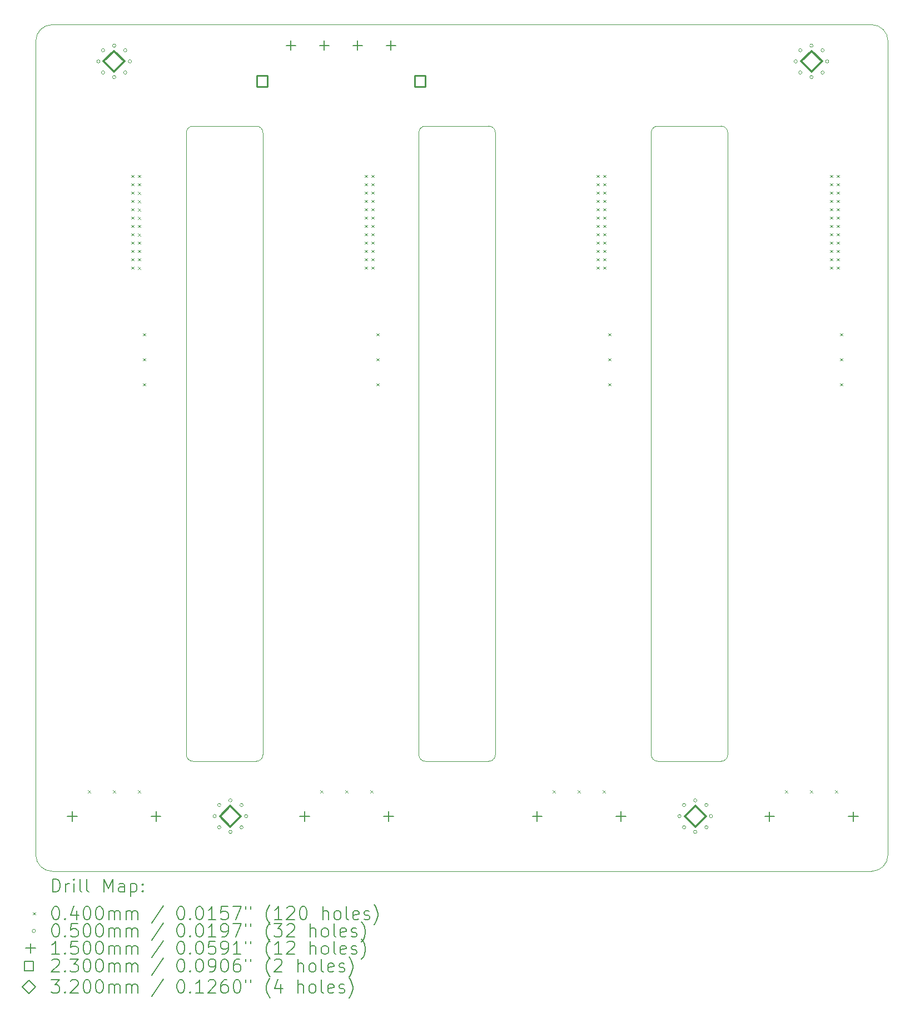
<source format=gbr>
%TF.GenerationSoftware,KiCad,Pcbnew,7.0.9*%
%TF.CreationDate,2024-03-25T15:38:08+01:00*%
%TF.ProjectId,8x-sata-backplane,38782d73-6174-4612-9d62-61636b706c61,rev?*%
%TF.SameCoordinates,Original*%
%TF.FileFunction,Drillmap*%
%TF.FilePolarity,Positive*%
%FSLAX45Y45*%
G04 Gerber Fmt 4.5, Leading zero omitted, Abs format (unit mm)*
G04 Created by KiCad (PCBNEW 7.0.9) date 2024-03-25 15:38:08*
%MOMM*%
%LPD*%
G01*
G04 APERTURE LIST*
%ADD10C,0.100000*%
%ADD11C,0.200000*%
%ADD12C,0.150000*%
%ADD13C,0.230000*%
%ADD14C,0.320000*%
G04 APERTURE END LIST*
D10*
X11913400Y-13463600D02*
G75*
G03*
X12013400Y-13563600I100000J0D01*
G01*
X12980000Y-13563600D02*
G75*
G03*
X13080000Y-13463600I0J100000D01*
G01*
X12980000Y-13563600D02*
X12013400Y-13563600D01*
X12013400Y-3886200D02*
G75*
G03*
X11913400Y-3986200I0J-100000D01*
G01*
X11913400Y-13463600D02*
X11913400Y-3986200D01*
X13080000Y-3986200D02*
G75*
G03*
X12980000Y-3886200I-100000J0D01*
G01*
X13080000Y-3986200D02*
X13080000Y-13463600D01*
X12013400Y-3886200D02*
X12980000Y-3886200D01*
X8473400Y-3886200D02*
G75*
G03*
X8373400Y-3986200I0J-100000D01*
G01*
X8373400Y-13463600D02*
G75*
G03*
X8473400Y-13563600I100000J0D01*
G01*
X8373400Y-13463600D02*
X8373400Y-3986200D01*
X9540000Y-3986200D02*
G75*
G03*
X9440000Y-3886200I-100000J0D01*
G01*
X8473400Y-3886200D02*
X9440000Y-3886200D01*
X9440000Y-13563600D02*
G75*
G03*
X9540000Y-13463600I0J100000D01*
G01*
X9440000Y-13563600D02*
X8473400Y-13563600D01*
X9540000Y-3986200D02*
X9540000Y-13463600D01*
X6000000Y-3986200D02*
G75*
G03*
X5900000Y-3886200I-100000J0D01*
G01*
X5900000Y-13563600D02*
G75*
G03*
X6000000Y-13463600I0J100000D01*
G01*
X6000000Y-3986200D02*
X6000000Y-13463600D01*
X4933400Y-3886200D02*
G75*
G03*
X4833400Y-3986200I0J-100000D01*
G01*
X4933400Y-3886200D02*
X5900000Y-3886200D01*
X4833400Y-13463600D02*
G75*
G03*
X4933400Y-13563600I100000J0D01*
G01*
X5900000Y-13563600D02*
X4933400Y-13563600D01*
X4833400Y-13463600D02*
X4833400Y-3986200D01*
X2540000Y-14990000D02*
G75*
G03*
X2790000Y-15240000I250000J0D01*
G01*
X15269400Y-15240000D02*
G75*
G03*
X15519400Y-14990000I0J250000D01*
G01*
X15269400Y-15240000D02*
X2790000Y-15240000D01*
X2790000Y-2340000D02*
G75*
G03*
X2540000Y-2590000I0J-250000D01*
G01*
X2540000Y-14990000D02*
X2540000Y-2590000D01*
X15519400Y-2590000D02*
G75*
G03*
X15269400Y-2340000I-250000J0D01*
G01*
X15519400Y-2590000D02*
X15519400Y-14990000D01*
X2790000Y-2340000D02*
X15269400Y-2340000D01*
D11*
D10*
X3332800Y-14002800D02*
X3372800Y-14042800D01*
X3372800Y-14002800D02*
X3332800Y-14042800D01*
X3713800Y-14002800D02*
X3753800Y-14042800D01*
X3753800Y-14002800D02*
X3713800Y-14042800D01*
X3993200Y-4628200D02*
X4033200Y-4668200D01*
X4033200Y-4628200D02*
X3993200Y-4668200D01*
X3993200Y-4755200D02*
X4033200Y-4795200D01*
X4033200Y-4755200D02*
X3993200Y-4795200D01*
X3993200Y-4882200D02*
X4033200Y-4922200D01*
X4033200Y-4882200D02*
X3993200Y-4922200D01*
X3993200Y-5009200D02*
X4033200Y-5049200D01*
X4033200Y-5009200D02*
X3993200Y-5049200D01*
X3993200Y-5136200D02*
X4033200Y-5176200D01*
X4033200Y-5136200D02*
X3993200Y-5176200D01*
X3993200Y-5263200D02*
X4033200Y-5303200D01*
X4033200Y-5263200D02*
X3993200Y-5303200D01*
X3993200Y-5390200D02*
X4033200Y-5430200D01*
X4033200Y-5390200D02*
X3993200Y-5430200D01*
X3993200Y-5517200D02*
X4033200Y-5557200D01*
X4033200Y-5517200D02*
X3993200Y-5557200D01*
X3993200Y-5644200D02*
X4033200Y-5684200D01*
X4033200Y-5644200D02*
X3993200Y-5684200D01*
X3993200Y-5771200D02*
X4033200Y-5811200D01*
X4033200Y-5771200D02*
X3993200Y-5811200D01*
X3993200Y-5898200D02*
X4033200Y-5938200D01*
X4033200Y-5898200D02*
X3993200Y-5938200D01*
X3993200Y-6025200D02*
X4033200Y-6065200D01*
X4033200Y-6025200D02*
X3993200Y-6065200D01*
X4094800Y-4628200D02*
X4134800Y-4668200D01*
X4134800Y-4628200D02*
X4094800Y-4668200D01*
X4094800Y-4755200D02*
X4134800Y-4795200D01*
X4134800Y-4755200D02*
X4094800Y-4795200D01*
X4094800Y-4884800D02*
X4134800Y-4924800D01*
X4134800Y-4884800D02*
X4094800Y-4924800D01*
X4094800Y-5011800D02*
X4134800Y-5051800D01*
X4134800Y-5011800D02*
X4094800Y-5051800D01*
X4094800Y-5138800D02*
X4134800Y-5178800D01*
X4134800Y-5138800D02*
X4094800Y-5178800D01*
X4094800Y-5265800D02*
X4134800Y-5305800D01*
X4134800Y-5265800D02*
X4094800Y-5305800D01*
X4094800Y-5390200D02*
X4134800Y-5430200D01*
X4134800Y-5390200D02*
X4094800Y-5430200D01*
X4094800Y-5519800D02*
X4134800Y-5559800D01*
X4134800Y-5519800D02*
X4094800Y-5559800D01*
X4094800Y-5644200D02*
X4134800Y-5684200D01*
X4134800Y-5644200D02*
X4094800Y-5684200D01*
X4094800Y-5771200D02*
X4134800Y-5811200D01*
X4134800Y-5771200D02*
X4094800Y-5811200D01*
X4094800Y-5898200D02*
X4134800Y-5938200D01*
X4134800Y-5898200D02*
X4094800Y-5938200D01*
X4094800Y-6027800D02*
X4134800Y-6067800D01*
X4134800Y-6027800D02*
X4094800Y-6067800D01*
X4094800Y-14002800D02*
X4134800Y-14042800D01*
X4134800Y-14002800D02*
X4094800Y-14042800D01*
X4171000Y-7041200D02*
X4211000Y-7081200D01*
X4211000Y-7041200D02*
X4171000Y-7081200D01*
X4171000Y-7422200D02*
X4211000Y-7462200D01*
X4211000Y-7422200D02*
X4171000Y-7462200D01*
X4171000Y-7803200D02*
X4211000Y-7843200D01*
X4211000Y-7803200D02*
X4171000Y-7843200D01*
X6872800Y-14002800D02*
X6912800Y-14042800D01*
X6912800Y-14002800D02*
X6872800Y-14042800D01*
X7253800Y-14002800D02*
X7293800Y-14042800D01*
X7293800Y-14002800D02*
X7253800Y-14042800D01*
X7549200Y-4628200D02*
X7589200Y-4668200D01*
X7589200Y-4628200D02*
X7549200Y-4668200D01*
X7549200Y-4755200D02*
X7589200Y-4795200D01*
X7589200Y-4755200D02*
X7549200Y-4795200D01*
X7549200Y-4882200D02*
X7589200Y-4922200D01*
X7589200Y-4882200D02*
X7549200Y-4922200D01*
X7549200Y-5009200D02*
X7589200Y-5049200D01*
X7589200Y-5009200D02*
X7549200Y-5049200D01*
X7549200Y-5136200D02*
X7589200Y-5176200D01*
X7589200Y-5136200D02*
X7549200Y-5176200D01*
X7549200Y-5263200D02*
X7589200Y-5303200D01*
X7589200Y-5263200D02*
X7549200Y-5303200D01*
X7549200Y-5390200D02*
X7589200Y-5430200D01*
X7589200Y-5390200D02*
X7549200Y-5430200D01*
X7549200Y-5517200D02*
X7589200Y-5557200D01*
X7589200Y-5517200D02*
X7549200Y-5557200D01*
X7549200Y-5644200D02*
X7589200Y-5684200D01*
X7589200Y-5644200D02*
X7549200Y-5684200D01*
X7549200Y-5771200D02*
X7589200Y-5811200D01*
X7589200Y-5771200D02*
X7549200Y-5811200D01*
X7549200Y-5898200D02*
X7589200Y-5938200D01*
X7589200Y-5898200D02*
X7549200Y-5938200D01*
X7549200Y-6025200D02*
X7589200Y-6065200D01*
X7589200Y-6025200D02*
X7549200Y-6065200D01*
X7634800Y-14002800D02*
X7674800Y-14042800D01*
X7674800Y-14002800D02*
X7634800Y-14042800D01*
X7650800Y-4628200D02*
X7690800Y-4668200D01*
X7690800Y-4628200D02*
X7650800Y-4668200D01*
X7650800Y-4755200D02*
X7690800Y-4795200D01*
X7690800Y-4755200D02*
X7650800Y-4795200D01*
X7650800Y-4882200D02*
X7690800Y-4922200D01*
X7690800Y-4882200D02*
X7650800Y-4922200D01*
X7650800Y-5009200D02*
X7690800Y-5049200D01*
X7690800Y-5009200D02*
X7650800Y-5049200D01*
X7650800Y-5136200D02*
X7690800Y-5176200D01*
X7690800Y-5136200D02*
X7650800Y-5176200D01*
X7650800Y-5263200D02*
X7690800Y-5303200D01*
X7690800Y-5263200D02*
X7650800Y-5303200D01*
X7650800Y-5390200D02*
X7690800Y-5430200D01*
X7690800Y-5390200D02*
X7650800Y-5430200D01*
X7650800Y-5517200D02*
X7690800Y-5557200D01*
X7690800Y-5517200D02*
X7650800Y-5557200D01*
X7650800Y-5644200D02*
X7690800Y-5684200D01*
X7690800Y-5644200D02*
X7650800Y-5684200D01*
X7650800Y-5771200D02*
X7690800Y-5811200D01*
X7690800Y-5771200D02*
X7650800Y-5811200D01*
X7650800Y-5898200D02*
X7690800Y-5938200D01*
X7690800Y-5898200D02*
X7650800Y-5938200D01*
X7650800Y-6025200D02*
X7690800Y-6065200D01*
X7690800Y-6025200D02*
X7650800Y-6065200D01*
X7727000Y-7041200D02*
X7767000Y-7081200D01*
X7767000Y-7041200D02*
X7727000Y-7081200D01*
X7727000Y-7422200D02*
X7767000Y-7462200D01*
X7767000Y-7422200D02*
X7727000Y-7462200D01*
X7727000Y-7803200D02*
X7767000Y-7843200D01*
X7767000Y-7803200D02*
X7727000Y-7843200D01*
X10412800Y-14002800D02*
X10452800Y-14042800D01*
X10452800Y-14002800D02*
X10412800Y-14042800D01*
X10793800Y-14002800D02*
X10833800Y-14042800D01*
X10833800Y-14002800D02*
X10793800Y-14042800D01*
X11079800Y-4628200D02*
X11119800Y-4668200D01*
X11119800Y-4628200D02*
X11079800Y-4668200D01*
X11079800Y-4755200D02*
X11119800Y-4795200D01*
X11119800Y-4755200D02*
X11079800Y-4795200D01*
X11079800Y-4882200D02*
X11119800Y-4922200D01*
X11119800Y-4882200D02*
X11079800Y-4922200D01*
X11079800Y-5009200D02*
X11119800Y-5049200D01*
X11119800Y-5009200D02*
X11079800Y-5049200D01*
X11079800Y-5136200D02*
X11119800Y-5176200D01*
X11119800Y-5136200D02*
X11079800Y-5176200D01*
X11079800Y-5263200D02*
X11119800Y-5303200D01*
X11119800Y-5263200D02*
X11079800Y-5303200D01*
X11079800Y-5390200D02*
X11119800Y-5430200D01*
X11119800Y-5390200D02*
X11079800Y-5430200D01*
X11079800Y-5517200D02*
X11119800Y-5557200D01*
X11119800Y-5517200D02*
X11079800Y-5557200D01*
X11079800Y-5644200D02*
X11119800Y-5684200D01*
X11119800Y-5644200D02*
X11079800Y-5684200D01*
X11079800Y-5771200D02*
X11119800Y-5811200D01*
X11119800Y-5771200D02*
X11079800Y-5811200D01*
X11079800Y-5898200D02*
X11119800Y-5938200D01*
X11119800Y-5898200D02*
X11079800Y-5938200D01*
X11079800Y-6025200D02*
X11119800Y-6065200D01*
X11119800Y-6025200D02*
X11079800Y-6065200D01*
X11174800Y-14002800D02*
X11214800Y-14042800D01*
X11214800Y-14002800D02*
X11174800Y-14042800D01*
X11181400Y-4628200D02*
X11221400Y-4668200D01*
X11221400Y-4628200D02*
X11181400Y-4668200D01*
X11181400Y-4755200D02*
X11221400Y-4795200D01*
X11221400Y-4755200D02*
X11181400Y-4795200D01*
X11181400Y-4882200D02*
X11221400Y-4922200D01*
X11221400Y-4882200D02*
X11181400Y-4922200D01*
X11181400Y-5009200D02*
X11221400Y-5049200D01*
X11221400Y-5009200D02*
X11181400Y-5049200D01*
X11181400Y-5136200D02*
X11221400Y-5176200D01*
X11221400Y-5136200D02*
X11181400Y-5176200D01*
X11181400Y-5263200D02*
X11221400Y-5303200D01*
X11221400Y-5263200D02*
X11181400Y-5303200D01*
X11181400Y-5390200D02*
X11221400Y-5430200D01*
X11221400Y-5390200D02*
X11181400Y-5430200D01*
X11181400Y-5517200D02*
X11221400Y-5557200D01*
X11221400Y-5517200D02*
X11181400Y-5557200D01*
X11181400Y-5644200D02*
X11221400Y-5684200D01*
X11221400Y-5644200D02*
X11181400Y-5684200D01*
X11181400Y-5771200D02*
X11221400Y-5811200D01*
X11221400Y-5771200D02*
X11181400Y-5811200D01*
X11181400Y-5898200D02*
X11221400Y-5938200D01*
X11221400Y-5898200D02*
X11181400Y-5938200D01*
X11181400Y-6025200D02*
X11221400Y-6065200D01*
X11221400Y-6025200D02*
X11181400Y-6065200D01*
X11257600Y-7041200D02*
X11297600Y-7081200D01*
X11297600Y-7041200D02*
X11257600Y-7081200D01*
X11257600Y-7422200D02*
X11297600Y-7462200D01*
X11297600Y-7422200D02*
X11257600Y-7462200D01*
X11257600Y-7803200D02*
X11297600Y-7843200D01*
X11297600Y-7803200D02*
X11257600Y-7843200D01*
X13952800Y-14002800D02*
X13992800Y-14042800D01*
X13992800Y-14002800D02*
X13952800Y-14042800D01*
X14333800Y-14002800D02*
X14373800Y-14042800D01*
X14373800Y-14002800D02*
X14333800Y-14042800D01*
X14635800Y-4628200D02*
X14675800Y-4668200D01*
X14675800Y-4628200D02*
X14635800Y-4668200D01*
X14635800Y-4755200D02*
X14675800Y-4795200D01*
X14675800Y-4755200D02*
X14635800Y-4795200D01*
X14635800Y-4882200D02*
X14675800Y-4922200D01*
X14675800Y-4882200D02*
X14635800Y-4922200D01*
X14635800Y-5009200D02*
X14675800Y-5049200D01*
X14675800Y-5009200D02*
X14635800Y-5049200D01*
X14635800Y-5136200D02*
X14675800Y-5176200D01*
X14675800Y-5136200D02*
X14635800Y-5176200D01*
X14635800Y-5263200D02*
X14675800Y-5303200D01*
X14675800Y-5263200D02*
X14635800Y-5303200D01*
X14635800Y-5390200D02*
X14675800Y-5430200D01*
X14675800Y-5390200D02*
X14635800Y-5430200D01*
X14635800Y-5517200D02*
X14675800Y-5557200D01*
X14675800Y-5517200D02*
X14635800Y-5557200D01*
X14635800Y-5644200D02*
X14675800Y-5684200D01*
X14675800Y-5644200D02*
X14635800Y-5684200D01*
X14635800Y-5771200D02*
X14675800Y-5811200D01*
X14675800Y-5771200D02*
X14635800Y-5811200D01*
X14635800Y-5898200D02*
X14675800Y-5938200D01*
X14675800Y-5898200D02*
X14635800Y-5938200D01*
X14635800Y-6025200D02*
X14675800Y-6065200D01*
X14675800Y-6025200D02*
X14635800Y-6065200D01*
X14714800Y-14002800D02*
X14754800Y-14042800D01*
X14754800Y-14002800D02*
X14714800Y-14042800D01*
X14737400Y-4628200D02*
X14777400Y-4668200D01*
X14777400Y-4628200D02*
X14737400Y-4668200D01*
X14737400Y-4755200D02*
X14777400Y-4795200D01*
X14777400Y-4755200D02*
X14737400Y-4795200D01*
X14737400Y-4882200D02*
X14777400Y-4922200D01*
X14777400Y-4882200D02*
X14737400Y-4922200D01*
X14737400Y-5009200D02*
X14777400Y-5049200D01*
X14777400Y-5009200D02*
X14737400Y-5049200D01*
X14737400Y-5136200D02*
X14777400Y-5176200D01*
X14777400Y-5136200D02*
X14737400Y-5176200D01*
X14737400Y-5263200D02*
X14777400Y-5303200D01*
X14777400Y-5263200D02*
X14737400Y-5303200D01*
X14737400Y-5390200D02*
X14777400Y-5430200D01*
X14777400Y-5390200D02*
X14737400Y-5430200D01*
X14737400Y-5517200D02*
X14777400Y-5557200D01*
X14777400Y-5517200D02*
X14737400Y-5557200D01*
X14737400Y-5644200D02*
X14777400Y-5684200D01*
X14777400Y-5644200D02*
X14737400Y-5684200D01*
X14737400Y-5771200D02*
X14777400Y-5811200D01*
X14777400Y-5771200D02*
X14737400Y-5811200D01*
X14737400Y-5898200D02*
X14777400Y-5938200D01*
X14777400Y-5898200D02*
X14737400Y-5938200D01*
X14737400Y-6025200D02*
X14777400Y-6065200D01*
X14777400Y-6025200D02*
X14737400Y-6065200D01*
X14788200Y-7041200D02*
X14828200Y-7081200D01*
X14828200Y-7041200D02*
X14788200Y-7081200D01*
X14788200Y-7422200D02*
X14828200Y-7462200D01*
X14828200Y-7422200D02*
X14788200Y-7462200D01*
X14788200Y-7803200D02*
X14828200Y-7843200D01*
X14828200Y-7803200D02*
X14788200Y-7843200D01*
X3518800Y-2900000D02*
G75*
G03*
X3518800Y-2900000I-25000J0D01*
G01*
X3589094Y-2730294D02*
G75*
G03*
X3589094Y-2730294I-25000J0D01*
G01*
X3589094Y-3069706D02*
G75*
G03*
X3589094Y-3069706I-25000J0D01*
G01*
X3758800Y-2660000D02*
G75*
G03*
X3758800Y-2660000I-25000J0D01*
G01*
X3758800Y-3140000D02*
G75*
G03*
X3758800Y-3140000I-25000J0D01*
G01*
X3928506Y-2730294D02*
G75*
G03*
X3928506Y-2730294I-25000J0D01*
G01*
X3928506Y-3069706D02*
G75*
G03*
X3928506Y-3069706I-25000J0D01*
G01*
X3998800Y-2900000D02*
G75*
G03*
X3998800Y-2900000I-25000J0D01*
G01*
X5288800Y-14400000D02*
G75*
G03*
X5288800Y-14400000I-25000J0D01*
G01*
X5359094Y-14230294D02*
G75*
G03*
X5359094Y-14230294I-25000J0D01*
G01*
X5359094Y-14569706D02*
G75*
G03*
X5359094Y-14569706I-25000J0D01*
G01*
X5528800Y-14160000D02*
G75*
G03*
X5528800Y-14160000I-25000J0D01*
G01*
X5528800Y-14640000D02*
G75*
G03*
X5528800Y-14640000I-25000J0D01*
G01*
X5698506Y-14230294D02*
G75*
G03*
X5698506Y-14230294I-25000J0D01*
G01*
X5698506Y-14569706D02*
G75*
G03*
X5698506Y-14569706I-25000J0D01*
G01*
X5768800Y-14400000D02*
G75*
G03*
X5768800Y-14400000I-25000J0D01*
G01*
X12368800Y-14400000D02*
G75*
G03*
X12368800Y-14400000I-25000J0D01*
G01*
X12439094Y-14230294D02*
G75*
G03*
X12439094Y-14230294I-25000J0D01*
G01*
X12439094Y-14569706D02*
G75*
G03*
X12439094Y-14569706I-25000J0D01*
G01*
X12608800Y-14160000D02*
G75*
G03*
X12608800Y-14160000I-25000J0D01*
G01*
X12608800Y-14640000D02*
G75*
G03*
X12608800Y-14640000I-25000J0D01*
G01*
X12778506Y-14230294D02*
G75*
G03*
X12778506Y-14230294I-25000J0D01*
G01*
X12778506Y-14569706D02*
G75*
G03*
X12778506Y-14569706I-25000J0D01*
G01*
X12848800Y-14400000D02*
G75*
G03*
X12848800Y-14400000I-25000J0D01*
G01*
X14138800Y-2900000D02*
G75*
G03*
X14138800Y-2900000I-25000J0D01*
G01*
X14209094Y-2730294D02*
G75*
G03*
X14209094Y-2730294I-25000J0D01*
G01*
X14209094Y-3069706D02*
G75*
G03*
X14209094Y-3069706I-25000J0D01*
G01*
X14378800Y-2660000D02*
G75*
G03*
X14378800Y-2660000I-25000J0D01*
G01*
X14378800Y-3140000D02*
G75*
G03*
X14378800Y-3140000I-25000J0D01*
G01*
X14548506Y-2730294D02*
G75*
G03*
X14548506Y-2730294I-25000J0D01*
G01*
X14548506Y-3069706D02*
G75*
G03*
X14548506Y-3069706I-25000J0D01*
G01*
X14618800Y-2900000D02*
G75*
G03*
X14618800Y-2900000I-25000J0D01*
G01*
D12*
X3096800Y-14328800D02*
X3096800Y-14478800D01*
X3021800Y-14403800D02*
X3171800Y-14403800D01*
X4370800Y-14328800D02*
X4370800Y-14478800D01*
X4295800Y-14403800D02*
X4445800Y-14403800D01*
X6426200Y-2580400D02*
X6426200Y-2730400D01*
X6351200Y-2655400D02*
X6501200Y-2655400D01*
X6636800Y-14328800D02*
X6636800Y-14478800D01*
X6561800Y-14403800D02*
X6711800Y-14403800D01*
X6934200Y-2580400D02*
X6934200Y-2730400D01*
X6859200Y-2655400D02*
X7009200Y-2655400D01*
X7442200Y-2580400D02*
X7442200Y-2730400D01*
X7367200Y-2655400D02*
X7517200Y-2655400D01*
X7910800Y-14328800D02*
X7910800Y-14478800D01*
X7835800Y-14403800D02*
X7985800Y-14403800D01*
X7950200Y-2580400D02*
X7950200Y-2730400D01*
X7875200Y-2655400D02*
X8025200Y-2655400D01*
X10176800Y-14328800D02*
X10176800Y-14478800D01*
X10101800Y-14403800D02*
X10251800Y-14403800D01*
X11450800Y-14328800D02*
X11450800Y-14478800D01*
X11375800Y-14403800D02*
X11525800Y-14403800D01*
X13716800Y-14330800D02*
X13716800Y-14480800D01*
X13641800Y-14405800D02*
X13791800Y-14405800D01*
X14990800Y-14330800D02*
X14990800Y-14480800D01*
X14915800Y-14405800D02*
X15065800Y-14405800D01*
D13*
X6069518Y-3281718D02*
X6069518Y-3119082D01*
X5906882Y-3119082D01*
X5906882Y-3281718D01*
X6069518Y-3281718D01*
X8469518Y-3281718D02*
X8469518Y-3119082D01*
X8306882Y-3119082D01*
X8306882Y-3281718D01*
X8469518Y-3281718D01*
D14*
X3733800Y-3060000D02*
X3893800Y-2900000D01*
X3733800Y-2740000D01*
X3573800Y-2900000D01*
X3733800Y-3060000D01*
X5503800Y-14560000D02*
X5663800Y-14400000D01*
X5503800Y-14240000D01*
X5343800Y-14400000D01*
X5503800Y-14560000D01*
X12583800Y-14560000D02*
X12743800Y-14400000D01*
X12583800Y-14240000D01*
X12423800Y-14400000D01*
X12583800Y-14560000D01*
X14353800Y-3060000D02*
X14513800Y-2900000D01*
X14353800Y-2740000D01*
X14193800Y-2900000D01*
X14353800Y-3060000D01*
D11*
X2795777Y-15556484D02*
X2795777Y-15356484D01*
X2795777Y-15356484D02*
X2843396Y-15356484D01*
X2843396Y-15356484D02*
X2871967Y-15366008D01*
X2871967Y-15366008D02*
X2891015Y-15385055D01*
X2891015Y-15385055D02*
X2900539Y-15404103D01*
X2900539Y-15404103D02*
X2910062Y-15442198D01*
X2910062Y-15442198D02*
X2910062Y-15470769D01*
X2910062Y-15470769D02*
X2900539Y-15508865D01*
X2900539Y-15508865D02*
X2891015Y-15527912D01*
X2891015Y-15527912D02*
X2871967Y-15546960D01*
X2871967Y-15546960D02*
X2843396Y-15556484D01*
X2843396Y-15556484D02*
X2795777Y-15556484D01*
X2995777Y-15556484D02*
X2995777Y-15423150D01*
X2995777Y-15461246D02*
X3005301Y-15442198D01*
X3005301Y-15442198D02*
X3014824Y-15432674D01*
X3014824Y-15432674D02*
X3033872Y-15423150D01*
X3033872Y-15423150D02*
X3052920Y-15423150D01*
X3119586Y-15556484D02*
X3119586Y-15423150D01*
X3119586Y-15356484D02*
X3110062Y-15366008D01*
X3110062Y-15366008D02*
X3119586Y-15375531D01*
X3119586Y-15375531D02*
X3129110Y-15366008D01*
X3129110Y-15366008D02*
X3119586Y-15356484D01*
X3119586Y-15356484D02*
X3119586Y-15375531D01*
X3243396Y-15556484D02*
X3224348Y-15546960D01*
X3224348Y-15546960D02*
X3214824Y-15527912D01*
X3214824Y-15527912D02*
X3214824Y-15356484D01*
X3348158Y-15556484D02*
X3329110Y-15546960D01*
X3329110Y-15546960D02*
X3319586Y-15527912D01*
X3319586Y-15527912D02*
X3319586Y-15356484D01*
X3576729Y-15556484D02*
X3576729Y-15356484D01*
X3576729Y-15356484D02*
X3643396Y-15499341D01*
X3643396Y-15499341D02*
X3710062Y-15356484D01*
X3710062Y-15356484D02*
X3710062Y-15556484D01*
X3891015Y-15556484D02*
X3891015Y-15451722D01*
X3891015Y-15451722D02*
X3881491Y-15432674D01*
X3881491Y-15432674D02*
X3862443Y-15423150D01*
X3862443Y-15423150D02*
X3824348Y-15423150D01*
X3824348Y-15423150D02*
X3805301Y-15432674D01*
X3891015Y-15546960D02*
X3871967Y-15556484D01*
X3871967Y-15556484D02*
X3824348Y-15556484D01*
X3824348Y-15556484D02*
X3805301Y-15546960D01*
X3805301Y-15546960D02*
X3795777Y-15527912D01*
X3795777Y-15527912D02*
X3795777Y-15508865D01*
X3795777Y-15508865D02*
X3805301Y-15489817D01*
X3805301Y-15489817D02*
X3824348Y-15480293D01*
X3824348Y-15480293D02*
X3871967Y-15480293D01*
X3871967Y-15480293D02*
X3891015Y-15470769D01*
X3986253Y-15423150D02*
X3986253Y-15623150D01*
X3986253Y-15432674D02*
X4005301Y-15423150D01*
X4005301Y-15423150D02*
X4043396Y-15423150D01*
X4043396Y-15423150D02*
X4062443Y-15432674D01*
X4062443Y-15432674D02*
X4071967Y-15442198D01*
X4071967Y-15442198D02*
X4081491Y-15461246D01*
X4081491Y-15461246D02*
X4081491Y-15518388D01*
X4081491Y-15518388D02*
X4071967Y-15537436D01*
X4071967Y-15537436D02*
X4062443Y-15546960D01*
X4062443Y-15546960D02*
X4043396Y-15556484D01*
X4043396Y-15556484D02*
X4005301Y-15556484D01*
X4005301Y-15556484D02*
X3986253Y-15546960D01*
X4167205Y-15537436D02*
X4176729Y-15546960D01*
X4176729Y-15546960D02*
X4167205Y-15556484D01*
X4167205Y-15556484D02*
X4157682Y-15546960D01*
X4157682Y-15546960D02*
X4167205Y-15537436D01*
X4167205Y-15537436D02*
X4167205Y-15556484D01*
X4167205Y-15432674D02*
X4176729Y-15442198D01*
X4176729Y-15442198D02*
X4167205Y-15451722D01*
X4167205Y-15451722D02*
X4157682Y-15442198D01*
X4157682Y-15442198D02*
X4167205Y-15432674D01*
X4167205Y-15432674D02*
X4167205Y-15451722D01*
D10*
X2495000Y-15865000D02*
X2535000Y-15905000D01*
X2535000Y-15865000D02*
X2495000Y-15905000D01*
D11*
X2833872Y-15776484D02*
X2852920Y-15776484D01*
X2852920Y-15776484D02*
X2871967Y-15786008D01*
X2871967Y-15786008D02*
X2881491Y-15795531D01*
X2881491Y-15795531D02*
X2891015Y-15814579D01*
X2891015Y-15814579D02*
X2900539Y-15852674D01*
X2900539Y-15852674D02*
X2900539Y-15900293D01*
X2900539Y-15900293D02*
X2891015Y-15938388D01*
X2891015Y-15938388D02*
X2881491Y-15957436D01*
X2881491Y-15957436D02*
X2871967Y-15966960D01*
X2871967Y-15966960D02*
X2852920Y-15976484D01*
X2852920Y-15976484D02*
X2833872Y-15976484D01*
X2833872Y-15976484D02*
X2814824Y-15966960D01*
X2814824Y-15966960D02*
X2805301Y-15957436D01*
X2805301Y-15957436D02*
X2795777Y-15938388D01*
X2795777Y-15938388D02*
X2786253Y-15900293D01*
X2786253Y-15900293D02*
X2786253Y-15852674D01*
X2786253Y-15852674D02*
X2795777Y-15814579D01*
X2795777Y-15814579D02*
X2805301Y-15795531D01*
X2805301Y-15795531D02*
X2814824Y-15786008D01*
X2814824Y-15786008D02*
X2833872Y-15776484D01*
X2986253Y-15957436D02*
X2995777Y-15966960D01*
X2995777Y-15966960D02*
X2986253Y-15976484D01*
X2986253Y-15976484D02*
X2976729Y-15966960D01*
X2976729Y-15966960D02*
X2986253Y-15957436D01*
X2986253Y-15957436D02*
X2986253Y-15976484D01*
X3167205Y-15843150D02*
X3167205Y-15976484D01*
X3119586Y-15766960D02*
X3071967Y-15909817D01*
X3071967Y-15909817D02*
X3195777Y-15909817D01*
X3310062Y-15776484D02*
X3329110Y-15776484D01*
X3329110Y-15776484D02*
X3348158Y-15786008D01*
X3348158Y-15786008D02*
X3357682Y-15795531D01*
X3357682Y-15795531D02*
X3367205Y-15814579D01*
X3367205Y-15814579D02*
X3376729Y-15852674D01*
X3376729Y-15852674D02*
X3376729Y-15900293D01*
X3376729Y-15900293D02*
X3367205Y-15938388D01*
X3367205Y-15938388D02*
X3357682Y-15957436D01*
X3357682Y-15957436D02*
X3348158Y-15966960D01*
X3348158Y-15966960D02*
X3329110Y-15976484D01*
X3329110Y-15976484D02*
X3310062Y-15976484D01*
X3310062Y-15976484D02*
X3291015Y-15966960D01*
X3291015Y-15966960D02*
X3281491Y-15957436D01*
X3281491Y-15957436D02*
X3271967Y-15938388D01*
X3271967Y-15938388D02*
X3262443Y-15900293D01*
X3262443Y-15900293D02*
X3262443Y-15852674D01*
X3262443Y-15852674D02*
X3271967Y-15814579D01*
X3271967Y-15814579D02*
X3281491Y-15795531D01*
X3281491Y-15795531D02*
X3291015Y-15786008D01*
X3291015Y-15786008D02*
X3310062Y-15776484D01*
X3500539Y-15776484D02*
X3519586Y-15776484D01*
X3519586Y-15776484D02*
X3538634Y-15786008D01*
X3538634Y-15786008D02*
X3548158Y-15795531D01*
X3548158Y-15795531D02*
X3557682Y-15814579D01*
X3557682Y-15814579D02*
X3567205Y-15852674D01*
X3567205Y-15852674D02*
X3567205Y-15900293D01*
X3567205Y-15900293D02*
X3557682Y-15938388D01*
X3557682Y-15938388D02*
X3548158Y-15957436D01*
X3548158Y-15957436D02*
X3538634Y-15966960D01*
X3538634Y-15966960D02*
X3519586Y-15976484D01*
X3519586Y-15976484D02*
X3500539Y-15976484D01*
X3500539Y-15976484D02*
X3481491Y-15966960D01*
X3481491Y-15966960D02*
X3471967Y-15957436D01*
X3471967Y-15957436D02*
X3462443Y-15938388D01*
X3462443Y-15938388D02*
X3452920Y-15900293D01*
X3452920Y-15900293D02*
X3452920Y-15852674D01*
X3452920Y-15852674D02*
X3462443Y-15814579D01*
X3462443Y-15814579D02*
X3471967Y-15795531D01*
X3471967Y-15795531D02*
X3481491Y-15786008D01*
X3481491Y-15786008D02*
X3500539Y-15776484D01*
X3652920Y-15976484D02*
X3652920Y-15843150D01*
X3652920Y-15862198D02*
X3662443Y-15852674D01*
X3662443Y-15852674D02*
X3681491Y-15843150D01*
X3681491Y-15843150D02*
X3710063Y-15843150D01*
X3710063Y-15843150D02*
X3729110Y-15852674D01*
X3729110Y-15852674D02*
X3738634Y-15871722D01*
X3738634Y-15871722D02*
X3738634Y-15976484D01*
X3738634Y-15871722D02*
X3748158Y-15852674D01*
X3748158Y-15852674D02*
X3767205Y-15843150D01*
X3767205Y-15843150D02*
X3795777Y-15843150D01*
X3795777Y-15843150D02*
X3814824Y-15852674D01*
X3814824Y-15852674D02*
X3824348Y-15871722D01*
X3824348Y-15871722D02*
X3824348Y-15976484D01*
X3919586Y-15976484D02*
X3919586Y-15843150D01*
X3919586Y-15862198D02*
X3929110Y-15852674D01*
X3929110Y-15852674D02*
X3948158Y-15843150D01*
X3948158Y-15843150D02*
X3976729Y-15843150D01*
X3976729Y-15843150D02*
X3995777Y-15852674D01*
X3995777Y-15852674D02*
X4005301Y-15871722D01*
X4005301Y-15871722D02*
X4005301Y-15976484D01*
X4005301Y-15871722D02*
X4014824Y-15852674D01*
X4014824Y-15852674D02*
X4033872Y-15843150D01*
X4033872Y-15843150D02*
X4062443Y-15843150D01*
X4062443Y-15843150D02*
X4081491Y-15852674D01*
X4081491Y-15852674D02*
X4091015Y-15871722D01*
X4091015Y-15871722D02*
X4091015Y-15976484D01*
X4481491Y-15766960D02*
X4310063Y-16024103D01*
X4738634Y-15776484D02*
X4757682Y-15776484D01*
X4757682Y-15776484D02*
X4776729Y-15786008D01*
X4776729Y-15786008D02*
X4786253Y-15795531D01*
X4786253Y-15795531D02*
X4795777Y-15814579D01*
X4795777Y-15814579D02*
X4805301Y-15852674D01*
X4805301Y-15852674D02*
X4805301Y-15900293D01*
X4805301Y-15900293D02*
X4795777Y-15938388D01*
X4795777Y-15938388D02*
X4786253Y-15957436D01*
X4786253Y-15957436D02*
X4776729Y-15966960D01*
X4776729Y-15966960D02*
X4757682Y-15976484D01*
X4757682Y-15976484D02*
X4738634Y-15976484D01*
X4738634Y-15976484D02*
X4719587Y-15966960D01*
X4719587Y-15966960D02*
X4710063Y-15957436D01*
X4710063Y-15957436D02*
X4700539Y-15938388D01*
X4700539Y-15938388D02*
X4691015Y-15900293D01*
X4691015Y-15900293D02*
X4691015Y-15852674D01*
X4691015Y-15852674D02*
X4700539Y-15814579D01*
X4700539Y-15814579D02*
X4710063Y-15795531D01*
X4710063Y-15795531D02*
X4719587Y-15786008D01*
X4719587Y-15786008D02*
X4738634Y-15776484D01*
X4891015Y-15957436D02*
X4900539Y-15966960D01*
X4900539Y-15966960D02*
X4891015Y-15976484D01*
X4891015Y-15976484D02*
X4881491Y-15966960D01*
X4881491Y-15966960D02*
X4891015Y-15957436D01*
X4891015Y-15957436D02*
X4891015Y-15976484D01*
X5024348Y-15776484D02*
X5043396Y-15776484D01*
X5043396Y-15776484D02*
X5062444Y-15786008D01*
X5062444Y-15786008D02*
X5071968Y-15795531D01*
X5071968Y-15795531D02*
X5081491Y-15814579D01*
X5081491Y-15814579D02*
X5091015Y-15852674D01*
X5091015Y-15852674D02*
X5091015Y-15900293D01*
X5091015Y-15900293D02*
X5081491Y-15938388D01*
X5081491Y-15938388D02*
X5071968Y-15957436D01*
X5071968Y-15957436D02*
X5062444Y-15966960D01*
X5062444Y-15966960D02*
X5043396Y-15976484D01*
X5043396Y-15976484D02*
X5024348Y-15976484D01*
X5024348Y-15976484D02*
X5005301Y-15966960D01*
X5005301Y-15966960D02*
X4995777Y-15957436D01*
X4995777Y-15957436D02*
X4986253Y-15938388D01*
X4986253Y-15938388D02*
X4976729Y-15900293D01*
X4976729Y-15900293D02*
X4976729Y-15852674D01*
X4976729Y-15852674D02*
X4986253Y-15814579D01*
X4986253Y-15814579D02*
X4995777Y-15795531D01*
X4995777Y-15795531D02*
X5005301Y-15786008D01*
X5005301Y-15786008D02*
X5024348Y-15776484D01*
X5281491Y-15976484D02*
X5167206Y-15976484D01*
X5224348Y-15976484D02*
X5224348Y-15776484D01*
X5224348Y-15776484D02*
X5205301Y-15805055D01*
X5205301Y-15805055D02*
X5186253Y-15824103D01*
X5186253Y-15824103D02*
X5167206Y-15833627D01*
X5462444Y-15776484D02*
X5367206Y-15776484D01*
X5367206Y-15776484D02*
X5357682Y-15871722D01*
X5357682Y-15871722D02*
X5367206Y-15862198D01*
X5367206Y-15862198D02*
X5386253Y-15852674D01*
X5386253Y-15852674D02*
X5433872Y-15852674D01*
X5433872Y-15852674D02*
X5452920Y-15862198D01*
X5452920Y-15862198D02*
X5462444Y-15871722D01*
X5462444Y-15871722D02*
X5471968Y-15890769D01*
X5471968Y-15890769D02*
X5471968Y-15938388D01*
X5471968Y-15938388D02*
X5462444Y-15957436D01*
X5462444Y-15957436D02*
X5452920Y-15966960D01*
X5452920Y-15966960D02*
X5433872Y-15976484D01*
X5433872Y-15976484D02*
X5386253Y-15976484D01*
X5386253Y-15976484D02*
X5367206Y-15966960D01*
X5367206Y-15966960D02*
X5357682Y-15957436D01*
X5538634Y-15776484D02*
X5671967Y-15776484D01*
X5671967Y-15776484D02*
X5586253Y-15976484D01*
X5738634Y-15776484D02*
X5738634Y-15814579D01*
X5814825Y-15776484D02*
X5814825Y-15814579D01*
X6110063Y-16052674D02*
X6100539Y-16043150D01*
X6100539Y-16043150D02*
X6081491Y-16014579D01*
X6081491Y-16014579D02*
X6071968Y-15995531D01*
X6071968Y-15995531D02*
X6062444Y-15966960D01*
X6062444Y-15966960D02*
X6052920Y-15919341D01*
X6052920Y-15919341D02*
X6052920Y-15881246D01*
X6052920Y-15881246D02*
X6062444Y-15833627D01*
X6062444Y-15833627D02*
X6071968Y-15805055D01*
X6071968Y-15805055D02*
X6081491Y-15786008D01*
X6081491Y-15786008D02*
X6100539Y-15757436D01*
X6100539Y-15757436D02*
X6110063Y-15747912D01*
X6291015Y-15976484D02*
X6176729Y-15976484D01*
X6233872Y-15976484D02*
X6233872Y-15776484D01*
X6233872Y-15776484D02*
X6214825Y-15805055D01*
X6214825Y-15805055D02*
X6195777Y-15824103D01*
X6195777Y-15824103D02*
X6176729Y-15833627D01*
X6367206Y-15795531D02*
X6376729Y-15786008D01*
X6376729Y-15786008D02*
X6395777Y-15776484D01*
X6395777Y-15776484D02*
X6443396Y-15776484D01*
X6443396Y-15776484D02*
X6462444Y-15786008D01*
X6462444Y-15786008D02*
X6471968Y-15795531D01*
X6471968Y-15795531D02*
X6481491Y-15814579D01*
X6481491Y-15814579D02*
X6481491Y-15833627D01*
X6481491Y-15833627D02*
X6471968Y-15862198D01*
X6471968Y-15862198D02*
X6357682Y-15976484D01*
X6357682Y-15976484D02*
X6481491Y-15976484D01*
X6605301Y-15776484D02*
X6624349Y-15776484D01*
X6624349Y-15776484D02*
X6643396Y-15786008D01*
X6643396Y-15786008D02*
X6652920Y-15795531D01*
X6652920Y-15795531D02*
X6662444Y-15814579D01*
X6662444Y-15814579D02*
X6671968Y-15852674D01*
X6671968Y-15852674D02*
X6671968Y-15900293D01*
X6671968Y-15900293D02*
X6662444Y-15938388D01*
X6662444Y-15938388D02*
X6652920Y-15957436D01*
X6652920Y-15957436D02*
X6643396Y-15966960D01*
X6643396Y-15966960D02*
X6624349Y-15976484D01*
X6624349Y-15976484D02*
X6605301Y-15976484D01*
X6605301Y-15976484D02*
X6586253Y-15966960D01*
X6586253Y-15966960D02*
X6576729Y-15957436D01*
X6576729Y-15957436D02*
X6567206Y-15938388D01*
X6567206Y-15938388D02*
X6557682Y-15900293D01*
X6557682Y-15900293D02*
X6557682Y-15852674D01*
X6557682Y-15852674D02*
X6567206Y-15814579D01*
X6567206Y-15814579D02*
X6576729Y-15795531D01*
X6576729Y-15795531D02*
X6586253Y-15786008D01*
X6586253Y-15786008D02*
X6605301Y-15776484D01*
X6910063Y-15976484D02*
X6910063Y-15776484D01*
X6995777Y-15976484D02*
X6995777Y-15871722D01*
X6995777Y-15871722D02*
X6986253Y-15852674D01*
X6986253Y-15852674D02*
X6967206Y-15843150D01*
X6967206Y-15843150D02*
X6938634Y-15843150D01*
X6938634Y-15843150D02*
X6919587Y-15852674D01*
X6919587Y-15852674D02*
X6910063Y-15862198D01*
X7119587Y-15976484D02*
X7100539Y-15966960D01*
X7100539Y-15966960D02*
X7091015Y-15957436D01*
X7091015Y-15957436D02*
X7081491Y-15938388D01*
X7081491Y-15938388D02*
X7081491Y-15881246D01*
X7081491Y-15881246D02*
X7091015Y-15862198D01*
X7091015Y-15862198D02*
X7100539Y-15852674D01*
X7100539Y-15852674D02*
X7119587Y-15843150D01*
X7119587Y-15843150D02*
X7148158Y-15843150D01*
X7148158Y-15843150D02*
X7167206Y-15852674D01*
X7167206Y-15852674D02*
X7176730Y-15862198D01*
X7176730Y-15862198D02*
X7186253Y-15881246D01*
X7186253Y-15881246D02*
X7186253Y-15938388D01*
X7186253Y-15938388D02*
X7176730Y-15957436D01*
X7176730Y-15957436D02*
X7167206Y-15966960D01*
X7167206Y-15966960D02*
X7148158Y-15976484D01*
X7148158Y-15976484D02*
X7119587Y-15976484D01*
X7300539Y-15976484D02*
X7281491Y-15966960D01*
X7281491Y-15966960D02*
X7271968Y-15947912D01*
X7271968Y-15947912D02*
X7271968Y-15776484D01*
X7452920Y-15966960D02*
X7433872Y-15976484D01*
X7433872Y-15976484D02*
X7395777Y-15976484D01*
X7395777Y-15976484D02*
X7376730Y-15966960D01*
X7376730Y-15966960D02*
X7367206Y-15947912D01*
X7367206Y-15947912D02*
X7367206Y-15871722D01*
X7367206Y-15871722D02*
X7376730Y-15852674D01*
X7376730Y-15852674D02*
X7395777Y-15843150D01*
X7395777Y-15843150D02*
X7433872Y-15843150D01*
X7433872Y-15843150D02*
X7452920Y-15852674D01*
X7452920Y-15852674D02*
X7462444Y-15871722D01*
X7462444Y-15871722D02*
X7462444Y-15890769D01*
X7462444Y-15890769D02*
X7367206Y-15909817D01*
X7538634Y-15966960D02*
X7557682Y-15976484D01*
X7557682Y-15976484D02*
X7595777Y-15976484D01*
X7595777Y-15976484D02*
X7614825Y-15966960D01*
X7614825Y-15966960D02*
X7624349Y-15947912D01*
X7624349Y-15947912D02*
X7624349Y-15938388D01*
X7624349Y-15938388D02*
X7614825Y-15919341D01*
X7614825Y-15919341D02*
X7595777Y-15909817D01*
X7595777Y-15909817D02*
X7567206Y-15909817D01*
X7567206Y-15909817D02*
X7548158Y-15900293D01*
X7548158Y-15900293D02*
X7538634Y-15881246D01*
X7538634Y-15881246D02*
X7538634Y-15871722D01*
X7538634Y-15871722D02*
X7548158Y-15852674D01*
X7548158Y-15852674D02*
X7567206Y-15843150D01*
X7567206Y-15843150D02*
X7595777Y-15843150D01*
X7595777Y-15843150D02*
X7614825Y-15852674D01*
X7691015Y-16052674D02*
X7700539Y-16043150D01*
X7700539Y-16043150D02*
X7719587Y-16014579D01*
X7719587Y-16014579D02*
X7729111Y-15995531D01*
X7729111Y-15995531D02*
X7738634Y-15966960D01*
X7738634Y-15966960D02*
X7748158Y-15919341D01*
X7748158Y-15919341D02*
X7748158Y-15881246D01*
X7748158Y-15881246D02*
X7738634Y-15833627D01*
X7738634Y-15833627D02*
X7729111Y-15805055D01*
X7729111Y-15805055D02*
X7719587Y-15786008D01*
X7719587Y-15786008D02*
X7700539Y-15757436D01*
X7700539Y-15757436D02*
X7691015Y-15747912D01*
D10*
X2535000Y-16149000D02*
G75*
G03*
X2535000Y-16149000I-25000J0D01*
G01*
D11*
X2833872Y-16040484D02*
X2852920Y-16040484D01*
X2852920Y-16040484D02*
X2871967Y-16050008D01*
X2871967Y-16050008D02*
X2881491Y-16059531D01*
X2881491Y-16059531D02*
X2891015Y-16078579D01*
X2891015Y-16078579D02*
X2900539Y-16116674D01*
X2900539Y-16116674D02*
X2900539Y-16164293D01*
X2900539Y-16164293D02*
X2891015Y-16202388D01*
X2891015Y-16202388D02*
X2881491Y-16221436D01*
X2881491Y-16221436D02*
X2871967Y-16230960D01*
X2871967Y-16230960D02*
X2852920Y-16240484D01*
X2852920Y-16240484D02*
X2833872Y-16240484D01*
X2833872Y-16240484D02*
X2814824Y-16230960D01*
X2814824Y-16230960D02*
X2805301Y-16221436D01*
X2805301Y-16221436D02*
X2795777Y-16202388D01*
X2795777Y-16202388D02*
X2786253Y-16164293D01*
X2786253Y-16164293D02*
X2786253Y-16116674D01*
X2786253Y-16116674D02*
X2795777Y-16078579D01*
X2795777Y-16078579D02*
X2805301Y-16059531D01*
X2805301Y-16059531D02*
X2814824Y-16050008D01*
X2814824Y-16050008D02*
X2833872Y-16040484D01*
X2986253Y-16221436D02*
X2995777Y-16230960D01*
X2995777Y-16230960D02*
X2986253Y-16240484D01*
X2986253Y-16240484D02*
X2976729Y-16230960D01*
X2976729Y-16230960D02*
X2986253Y-16221436D01*
X2986253Y-16221436D02*
X2986253Y-16240484D01*
X3176729Y-16040484D02*
X3081491Y-16040484D01*
X3081491Y-16040484D02*
X3071967Y-16135722D01*
X3071967Y-16135722D02*
X3081491Y-16126198D01*
X3081491Y-16126198D02*
X3100539Y-16116674D01*
X3100539Y-16116674D02*
X3148158Y-16116674D01*
X3148158Y-16116674D02*
X3167205Y-16126198D01*
X3167205Y-16126198D02*
X3176729Y-16135722D01*
X3176729Y-16135722D02*
X3186253Y-16154769D01*
X3186253Y-16154769D02*
X3186253Y-16202388D01*
X3186253Y-16202388D02*
X3176729Y-16221436D01*
X3176729Y-16221436D02*
X3167205Y-16230960D01*
X3167205Y-16230960D02*
X3148158Y-16240484D01*
X3148158Y-16240484D02*
X3100539Y-16240484D01*
X3100539Y-16240484D02*
X3081491Y-16230960D01*
X3081491Y-16230960D02*
X3071967Y-16221436D01*
X3310062Y-16040484D02*
X3329110Y-16040484D01*
X3329110Y-16040484D02*
X3348158Y-16050008D01*
X3348158Y-16050008D02*
X3357682Y-16059531D01*
X3357682Y-16059531D02*
X3367205Y-16078579D01*
X3367205Y-16078579D02*
X3376729Y-16116674D01*
X3376729Y-16116674D02*
X3376729Y-16164293D01*
X3376729Y-16164293D02*
X3367205Y-16202388D01*
X3367205Y-16202388D02*
X3357682Y-16221436D01*
X3357682Y-16221436D02*
X3348158Y-16230960D01*
X3348158Y-16230960D02*
X3329110Y-16240484D01*
X3329110Y-16240484D02*
X3310062Y-16240484D01*
X3310062Y-16240484D02*
X3291015Y-16230960D01*
X3291015Y-16230960D02*
X3281491Y-16221436D01*
X3281491Y-16221436D02*
X3271967Y-16202388D01*
X3271967Y-16202388D02*
X3262443Y-16164293D01*
X3262443Y-16164293D02*
X3262443Y-16116674D01*
X3262443Y-16116674D02*
X3271967Y-16078579D01*
X3271967Y-16078579D02*
X3281491Y-16059531D01*
X3281491Y-16059531D02*
X3291015Y-16050008D01*
X3291015Y-16050008D02*
X3310062Y-16040484D01*
X3500539Y-16040484D02*
X3519586Y-16040484D01*
X3519586Y-16040484D02*
X3538634Y-16050008D01*
X3538634Y-16050008D02*
X3548158Y-16059531D01*
X3548158Y-16059531D02*
X3557682Y-16078579D01*
X3557682Y-16078579D02*
X3567205Y-16116674D01*
X3567205Y-16116674D02*
X3567205Y-16164293D01*
X3567205Y-16164293D02*
X3557682Y-16202388D01*
X3557682Y-16202388D02*
X3548158Y-16221436D01*
X3548158Y-16221436D02*
X3538634Y-16230960D01*
X3538634Y-16230960D02*
X3519586Y-16240484D01*
X3519586Y-16240484D02*
X3500539Y-16240484D01*
X3500539Y-16240484D02*
X3481491Y-16230960D01*
X3481491Y-16230960D02*
X3471967Y-16221436D01*
X3471967Y-16221436D02*
X3462443Y-16202388D01*
X3462443Y-16202388D02*
X3452920Y-16164293D01*
X3452920Y-16164293D02*
X3452920Y-16116674D01*
X3452920Y-16116674D02*
X3462443Y-16078579D01*
X3462443Y-16078579D02*
X3471967Y-16059531D01*
X3471967Y-16059531D02*
X3481491Y-16050008D01*
X3481491Y-16050008D02*
X3500539Y-16040484D01*
X3652920Y-16240484D02*
X3652920Y-16107150D01*
X3652920Y-16126198D02*
X3662443Y-16116674D01*
X3662443Y-16116674D02*
X3681491Y-16107150D01*
X3681491Y-16107150D02*
X3710063Y-16107150D01*
X3710063Y-16107150D02*
X3729110Y-16116674D01*
X3729110Y-16116674D02*
X3738634Y-16135722D01*
X3738634Y-16135722D02*
X3738634Y-16240484D01*
X3738634Y-16135722D02*
X3748158Y-16116674D01*
X3748158Y-16116674D02*
X3767205Y-16107150D01*
X3767205Y-16107150D02*
X3795777Y-16107150D01*
X3795777Y-16107150D02*
X3814824Y-16116674D01*
X3814824Y-16116674D02*
X3824348Y-16135722D01*
X3824348Y-16135722D02*
X3824348Y-16240484D01*
X3919586Y-16240484D02*
X3919586Y-16107150D01*
X3919586Y-16126198D02*
X3929110Y-16116674D01*
X3929110Y-16116674D02*
X3948158Y-16107150D01*
X3948158Y-16107150D02*
X3976729Y-16107150D01*
X3976729Y-16107150D02*
X3995777Y-16116674D01*
X3995777Y-16116674D02*
X4005301Y-16135722D01*
X4005301Y-16135722D02*
X4005301Y-16240484D01*
X4005301Y-16135722D02*
X4014824Y-16116674D01*
X4014824Y-16116674D02*
X4033872Y-16107150D01*
X4033872Y-16107150D02*
X4062443Y-16107150D01*
X4062443Y-16107150D02*
X4081491Y-16116674D01*
X4081491Y-16116674D02*
X4091015Y-16135722D01*
X4091015Y-16135722D02*
X4091015Y-16240484D01*
X4481491Y-16030960D02*
X4310063Y-16288103D01*
X4738634Y-16040484D02*
X4757682Y-16040484D01*
X4757682Y-16040484D02*
X4776729Y-16050008D01*
X4776729Y-16050008D02*
X4786253Y-16059531D01*
X4786253Y-16059531D02*
X4795777Y-16078579D01*
X4795777Y-16078579D02*
X4805301Y-16116674D01*
X4805301Y-16116674D02*
X4805301Y-16164293D01*
X4805301Y-16164293D02*
X4795777Y-16202388D01*
X4795777Y-16202388D02*
X4786253Y-16221436D01*
X4786253Y-16221436D02*
X4776729Y-16230960D01*
X4776729Y-16230960D02*
X4757682Y-16240484D01*
X4757682Y-16240484D02*
X4738634Y-16240484D01*
X4738634Y-16240484D02*
X4719587Y-16230960D01*
X4719587Y-16230960D02*
X4710063Y-16221436D01*
X4710063Y-16221436D02*
X4700539Y-16202388D01*
X4700539Y-16202388D02*
X4691015Y-16164293D01*
X4691015Y-16164293D02*
X4691015Y-16116674D01*
X4691015Y-16116674D02*
X4700539Y-16078579D01*
X4700539Y-16078579D02*
X4710063Y-16059531D01*
X4710063Y-16059531D02*
X4719587Y-16050008D01*
X4719587Y-16050008D02*
X4738634Y-16040484D01*
X4891015Y-16221436D02*
X4900539Y-16230960D01*
X4900539Y-16230960D02*
X4891015Y-16240484D01*
X4891015Y-16240484D02*
X4881491Y-16230960D01*
X4881491Y-16230960D02*
X4891015Y-16221436D01*
X4891015Y-16221436D02*
X4891015Y-16240484D01*
X5024348Y-16040484D02*
X5043396Y-16040484D01*
X5043396Y-16040484D02*
X5062444Y-16050008D01*
X5062444Y-16050008D02*
X5071968Y-16059531D01*
X5071968Y-16059531D02*
X5081491Y-16078579D01*
X5081491Y-16078579D02*
X5091015Y-16116674D01*
X5091015Y-16116674D02*
X5091015Y-16164293D01*
X5091015Y-16164293D02*
X5081491Y-16202388D01*
X5081491Y-16202388D02*
X5071968Y-16221436D01*
X5071968Y-16221436D02*
X5062444Y-16230960D01*
X5062444Y-16230960D02*
X5043396Y-16240484D01*
X5043396Y-16240484D02*
X5024348Y-16240484D01*
X5024348Y-16240484D02*
X5005301Y-16230960D01*
X5005301Y-16230960D02*
X4995777Y-16221436D01*
X4995777Y-16221436D02*
X4986253Y-16202388D01*
X4986253Y-16202388D02*
X4976729Y-16164293D01*
X4976729Y-16164293D02*
X4976729Y-16116674D01*
X4976729Y-16116674D02*
X4986253Y-16078579D01*
X4986253Y-16078579D02*
X4995777Y-16059531D01*
X4995777Y-16059531D02*
X5005301Y-16050008D01*
X5005301Y-16050008D02*
X5024348Y-16040484D01*
X5281491Y-16240484D02*
X5167206Y-16240484D01*
X5224348Y-16240484D02*
X5224348Y-16040484D01*
X5224348Y-16040484D02*
X5205301Y-16069055D01*
X5205301Y-16069055D02*
X5186253Y-16088103D01*
X5186253Y-16088103D02*
X5167206Y-16097627D01*
X5376729Y-16240484D02*
X5414825Y-16240484D01*
X5414825Y-16240484D02*
X5433872Y-16230960D01*
X5433872Y-16230960D02*
X5443396Y-16221436D01*
X5443396Y-16221436D02*
X5462444Y-16192865D01*
X5462444Y-16192865D02*
X5471968Y-16154769D01*
X5471968Y-16154769D02*
X5471968Y-16078579D01*
X5471968Y-16078579D02*
X5462444Y-16059531D01*
X5462444Y-16059531D02*
X5452920Y-16050008D01*
X5452920Y-16050008D02*
X5433872Y-16040484D01*
X5433872Y-16040484D02*
X5395777Y-16040484D01*
X5395777Y-16040484D02*
X5376729Y-16050008D01*
X5376729Y-16050008D02*
X5367206Y-16059531D01*
X5367206Y-16059531D02*
X5357682Y-16078579D01*
X5357682Y-16078579D02*
X5357682Y-16126198D01*
X5357682Y-16126198D02*
X5367206Y-16145246D01*
X5367206Y-16145246D02*
X5376729Y-16154769D01*
X5376729Y-16154769D02*
X5395777Y-16164293D01*
X5395777Y-16164293D02*
X5433872Y-16164293D01*
X5433872Y-16164293D02*
X5452920Y-16154769D01*
X5452920Y-16154769D02*
X5462444Y-16145246D01*
X5462444Y-16145246D02*
X5471968Y-16126198D01*
X5538634Y-16040484D02*
X5671967Y-16040484D01*
X5671967Y-16040484D02*
X5586253Y-16240484D01*
X5738634Y-16040484D02*
X5738634Y-16078579D01*
X5814825Y-16040484D02*
X5814825Y-16078579D01*
X6110063Y-16316674D02*
X6100539Y-16307150D01*
X6100539Y-16307150D02*
X6081491Y-16278579D01*
X6081491Y-16278579D02*
X6071968Y-16259531D01*
X6071968Y-16259531D02*
X6062444Y-16230960D01*
X6062444Y-16230960D02*
X6052920Y-16183341D01*
X6052920Y-16183341D02*
X6052920Y-16145246D01*
X6052920Y-16145246D02*
X6062444Y-16097627D01*
X6062444Y-16097627D02*
X6071968Y-16069055D01*
X6071968Y-16069055D02*
X6081491Y-16050008D01*
X6081491Y-16050008D02*
X6100539Y-16021436D01*
X6100539Y-16021436D02*
X6110063Y-16011912D01*
X6167206Y-16040484D02*
X6291015Y-16040484D01*
X6291015Y-16040484D02*
X6224348Y-16116674D01*
X6224348Y-16116674D02*
X6252920Y-16116674D01*
X6252920Y-16116674D02*
X6271968Y-16126198D01*
X6271968Y-16126198D02*
X6281491Y-16135722D01*
X6281491Y-16135722D02*
X6291015Y-16154769D01*
X6291015Y-16154769D02*
X6291015Y-16202388D01*
X6291015Y-16202388D02*
X6281491Y-16221436D01*
X6281491Y-16221436D02*
X6271968Y-16230960D01*
X6271968Y-16230960D02*
X6252920Y-16240484D01*
X6252920Y-16240484D02*
X6195777Y-16240484D01*
X6195777Y-16240484D02*
X6176729Y-16230960D01*
X6176729Y-16230960D02*
X6167206Y-16221436D01*
X6367206Y-16059531D02*
X6376729Y-16050008D01*
X6376729Y-16050008D02*
X6395777Y-16040484D01*
X6395777Y-16040484D02*
X6443396Y-16040484D01*
X6443396Y-16040484D02*
X6462444Y-16050008D01*
X6462444Y-16050008D02*
X6471968Y-16059531D01*
X6471968Y-16059531D02*
X6481491Y-16078579D01*
X6481491Y-16078579D02*
X6481491Y-16097627D01*
X6481491Y-16097627D02*
X6471968Y-16126198D01*
X6471968Y-16126198D02*
X6357682Y-16240484D01*
X6357682Y-16240484D02*
X6481491Y-16240484D01*
X6719587Y-16240484D02*
X6719587Y-16040484D01*
X6805301Y-16240484D02*
X6805301Y-16135722D01*
X6805301Y-16135722D02*
X6795777Y-16116674D01*
X6795777Y-16116674D02*
X6776730Y-16107150D01*
X6776730Y-16107150D02*
X6748158Y-16107150D01*
X6748158Y-16107150D02*
X6729110Y-16116674D01*
X6729110Y-16116674D02*
X6719587Y-16126198D01*
X6929110Y-16240484D02*
X6910063Y-16230960D01*
X6910063Y-16230960D02*
X6900539Y-16221436D01*
X6900539Y-16221436D02*
X6891015Y-16202388D01*
X6891015Y-16202388D02*
X6891015Y-16145246D01*
X6891015Y-16145246D02*
X6900539Y-16126198D01*
X6900539Y-16126198D02*
X6910063Y-16116674D01*
X6910063Y-16116674D02*
X6929110Y-16107150D01*
X6929110Y-16107150D02*
X6957682Y-16107150D01*
X6957682Y-16107150D02*
X6976730Y-16116674D01*
X6976730Y-16116674D02*
X6986253Y-16126198D01*
X6986253Y-16126198D02*
X6995777Y-16145246D01*
X6995777Y-16145246D02*
X6995777Y-16202388D01*
X6995777Y-16202388D02*
X6986253Y-16221436D01*
X6986253Y-16221436D02*
X6976730Y-16230960D01*
X6976730Y-16230960D02*
X6957682Y-16240484D01*
X6957682Y-16240484D02*
X6929110Y-16240484D01*
X7110063Y-16240484D02*
X7091015Y-16230960D01*
X7091015Y-16230960D02*
X7081491Y-16211912D01*
X7081491Y-16211912D02*
X7081491Y-16040484D01*
X7262444Y-16230960D02*
X7243396Y-16240484D01*
X7243396Y-16240484D02*
X7205301Y-16240484D01*
X7205301Y-16240484D02*
X7186253Y-16230960D01*
X7186253Y-16230960D02*
X7176730Y-16211912D01*
X7176730Y-16211912D02*
X7176730Y-16135722D01*
X7176730Y-16135722D02*
X7186253Y-16116674D01*
X7186253Y-16116674D02*
X7205301Y-16107150D01*
X7205301Y-16107150D02*
X7243396Y-16107150D01*
X7243396Y-16107150D02*
X7262444Y-16116674D01*
X7262444Y-16116674D02*
X7271968Y-16135722D01*
X7271968Y-16135722D02*
X7271968Y-16154769D01*
X7271968Y-16154769D02*
X7176730Y-16173817D01*
X7348158Y-16230960D02*
X7367206Y-16240484D01*
X7367206Y-16240484D02*
X7405301Y-16240484D01*
X7405301Y-16240484D02*
X7424349Y-16230960D01*
X7424349Y-16230960D02*
X7433872Y-16211912D01*
X7433872Y-16211912D02*
X7433872Y-16202388D01*
X7433872Y-16202388D02*
X7424349Y-16183341D01*
X7424349Y-16183341D02*
X7405301Y-16173817D01*
X7405301Y-16173817D02*
X7376730Y-16173817D01*
X7376730Y-16173817D02*
X7357682Y-16164293D01*
X7357682Y-16164293D02*
X7348158Y-16145246D01*
X7348158Y-16145246D02*
X7348158Y-16135722D01*
X7348158Y-16135722D02*
X7357682Y-16116674D01*
X7357682Y-16116674D02*
X7376730Y-16107150D01*
X7376730Y-16107150D02*
X7405301Y-16107150D01*
X7405301Y-16107150D02*
X7424349Y-16116674D01*
X7500539Y-16316674D02*
X7510063Y-16307150D01*
X7510063Y-16307150D02*
X7529111Y-16278579D01*
X7529111Y-16278579D02*
X7538634Y-16259531D01*
X7538634Y-16259531D02*
X7548158Y-16230960D01*
X7548158Y-16230960D02*
X7557682Y-16183341D01*
X7557682Y-16183341D02*
X7557682Y-16145246D01*
X7557682Y-16145246D02*
X7548158Y-16097627D01*
X7548158Y-16097627D02*
X7538634Y-16069055D01*
X7538634Y-16069055D02*
X7529111Y-16050008D01*
X7529111Y-16050008D02*
X7510063Y-16021436D01*
X7510063Y-16021436D02*
X7500539Y-16011912D01*
D12*
X2460000Y-16338000D02*
X2460000Y-16488000D01*
X2385000Y-16413000D02*
X2535000Y-16413000D01*
D11*
X2900539Y-16504484D02*
X2786253Y-16504484D01*
X2843396Y-16504484D02*
X2843396Y-16304484D01*
X2843396Y-16304484D02*
X2824348Y-16333055D01*
X2824348Y-16333055D02*
X2805301Y-16352103D01*
X2805301Y-16352103D02*
X2786253Y-16361627D01*
X2986253Y-16485436D02*
X2995777Y-16494960D01*
X2995777Y-16494960D02*
X2986253Y-16504484D01*
X2986253Y-16504484D02*
X2976729Y-16494960D01*
X2976729Y-16494960D02*
X2986253Y-16485436D01*
X2986253Y-16485436D02*
X2986253Y-16504484D01*
X3176729Y-16304484D02*
X3081491Y-16304484D01*
X3081491Y-16304484D02*
X3071967Y-16399722D01*
X3071967Y-16399722D02*
X3081491Y-16390198D01*
X3081491Y-16390198D02*
X3100539Y-16380674D01*
X3100539Y-16380674D02*
X3148158Y-16380674D01*
X3148158Y-16380674D02*
X3167205Y-16390198D01*
X3167205Y-16390198D02*
X3176729Y-16399722D01*
X3176729Y-16399722D02*
X3186253Y-16418769D01*
X3186253Y-16418769D02*
X3186253Y-16466388D01*
X3186253Y-16466388D02*
X3176729Y-16485436D01*
X3176729Y-16485436D02*
X3167205Y-16494960D01*
X3167205Y-16494960D02*
X3148158Y-16504484D01*
X3148158Y-16504484D02*
X3100539Y-16504484D01*
X3100539Y-16504484D02*
X3081491Y-16494960D01*
X3081491Y-16494960D02*
X3071967Y-16485436D01*
X3310062Y-16304484D02*
X3329110Y-16304484D01*
X3329110Y-16304484D02*
X3348158Y-16314008D01*
X3348158Y-16314008D02*
X3357682Y-16323531D01*
X3357682Y-16323531D02*
X3367205Y-16342579D01*
X3367205Y-16342579D02*
X3376729Y-16380674D01*
X3376729Y-16380674D02*
X3376729Y-16428293D01*
X3376729Y-16428293D02*
X3367205Y-16466388D01*
X3367205Y-16466388D02*
X3357682Y-16485436D01*
X3357682Y-16485436D02*
X3348158Y-16494960D01*
X3348158Y-16494960D02*
X3329110Y-16504484D01*
X3329110Y-16504484D02*
X3310062Y-16504484D01*
X3310062Y-16504484D02*
X3291015Y-16494960D01*
X3291015Y-16494960D02*
X3281491Y-16485436D01*
X3281491Y-16485436D02*
X3271967Y-16466388D01*
X3271967Y-16466388D02*
X3262443Y-16428293D01*
X3262443Y-16428293D02*
X3262443Y-16380674D01*
X3262443Y-16380674D02*
X3271967Y-16342579D01*
X3271967Y-16342579D02*
X3281491Y-16323531D01*
X3281491Y-16323531D02*
X3291015Y-16314008D01*
X3291015Y-16314008D02*
X3310062Y-16304484D01*
X3500539Y-16304484D02*
X3519586Y-16304484D01*
X3519586Y-16304484D02*
X3538634Y-16314008D01*
X3538634Y-16314008D02*
X3548158Y-16323531D01*
X3548158Y-16323531D02*
X3557682Y-16342579D01*
X3557682Y-16342579D02*
X3567205Y-16380674D01*
X3567205Y-16380674D02*
X3567205Y-16428293D01*
X3567205Y-16428293D02*
X3557682Y-16466388D01*
X3557682Y-16466388D02*
X3548158Y-16485436D01*
X3548158Y-16485436D02*
X3538634Y-16494960D01*
X3538634Y-16494960D02*
X3519586Y-16504484D01*
X3519586Y-16504484D02*
X3500539Y-16504484D01*
X3500539Y-16504484D02*
X3481491Y-16494960D01*
X3481491Y-16494960D02*
X3471967Y-16485436D01*
X3471967Y-16485436D02*
X3462443Y-16466388D01*
X3462443Y-16466388D02*
X3452920Y-16428293D01*
X3452920Y-16428293D02*
X3452920Y-16380674D01*
X3452920Y-16380674D02*
X3462443Y-16342579D01*
X3462443Y-16342579D02*
X3471967Y-16323531D01*
X3471967Y-16323531D02*
X3481491Y-16314008D01*
X3481491Y-16314008D02*
X3500539Y-16304484D01*
X3652920Y-16504484D02*
X3652920Y-16371150D01*
X3652920Y-16390198D02*
X3662443Y-16380674D01*
X3662443Y-16380674D02*
X3681491Y-16371150D01*
X3681491Y-16371150D02*
X3710063Y-16371150D01*
X3710063Y-16371150D02*
X3729110Y-16380674D01*
X3729110Y-16380674D02*
X3738634Y-16399722D01*
X3738634Y-16399722D02*
X3738634Y-16504484D01*
X3738634Y-16399722D02*
X3748158Y-16380674D01*
X3748158Y-16380674D02*
X3767205Y-16371150D01*
X3767205Y-16371150D02*
X3795777Y-16371150D01*
X3795777Y-16371150D02*
X3814824Y-16380674D01*
X3814824Y-16380674D02*
X3824348Y-16399722D01*
X3824348Y-16399722D02*
X3824348Y-16504484D01*
X3919586Y-16504484D02*
X3919586Y-16371150D01*
X3919586Y-16390198D02*
X3929110Y-16380674D01*
X3929110Y-16380674D02*
X3948158Y-16371150D01*
X3948158Y-16371150D02*
X3976729Y-16371150D01*
X3976729Y-16371150D02*
X3995777Y-16380674D01*
X3995777Y-16380674D02*
X4005301Y-16399722D01*
X4005301Y-16399722D02*
X4005301Y-16504484D01*
X4005301Y-16399722D02*
X4014824Y-16380674D01*
X4014824Y-16380674D02*
X4033872Y-16371150D01*
X4033872Y-16371150D02*
X4062443Y-16371150D01*
X4062443Y-16371150D02*
X4081491Y-16380674D01*
X4081491Y-16380674D02*
X4091015Y-16399722D01*
X4091015Y-16399722D02*
X4091015Y-16504484D01*
X4481491Y-16294960D02*
X4310063Y-16552103D01*
X4738634Y-16304484D02*
X4757682Y-16304484D01*
X4757682Y-16304484D02*
X4776729Y-16314008D01*
X4776729Y-16314008D02*
X4786253Y-16323531D01*
X4786253Y-16323531D02*
X4795777Y-16342579D01*
X4795777Y-16342579D02*
X4805301Y-16380674D01*
X4805301Y-16380674D02*
X4805301Y-16428293D01*
X4805301Y-16428293D02*
X4795777Y-16466388D01*
X4795777Y-16466388D02*
X4786253Y-16485436D01*
X4786253Y-16485436D02*
X4776729Y-16494960D01*
X4776729Y-16494960D02*
X4757682Y-16504484D01*
X4757682Y-16504484D02*
X4738634Y-16504484D01*
X4738634Y-16504484D02*
X4719587Y-16494960D01*
X4719587Y-16494960D02*
X4710063Y-16485436D01*
X4710063Y-16485436D02*
X4700539Y-16466388D01*
X4700539Y-16466388D02*
X4691015Y-16428293D01*
X4691015Y-16428293D02*
X4691015Y-16380674D01*
X4691015Y-16380674D02*
X4700539Y-16342579D01*
X4700539Y-16342579D02*
X4710063Y-16323531D01*
X4710063Y-16323531D02*
X4719587Y-16314008D01*
X4719587Y-16314008D02*
X4738634Y-16304484D01*
X4891015Y-16485436D02*
X4900539Y-16494960D01*
X4900539Y-16494960D02*
X4891015Y-16504484D01*
X4891015Y-16504484D02*
X4881491Y-16494960D01*
X4881491Y-16494960D02*
X4891015Y-16485436D01*
X4891015Y-16485436D02*
X4891015Y-16504484D01*
X5024348Y-16304484D02*
X5043396Y-16304484D01*
X5043396Y-16304484D02*
X5062444Y-16314008D01*
X5062444Y-16314008D02*
X5071968Y-16323531D01*
X5071968Y-16323531D02*
X5081491Y-16342579D01*
X5081491Y-16342579D02*
X5091015Y-16380674D01*
X5091015Y-16380674D02*
X5091015Y-16428293D01*
X5091015Y-16428293D02*
X5081491Y-16466388D01*
X5081491Y-16466388D02*
X5071968Y-16485436D01*
X5071968Y-16485436D02*
X5062444Y-16494960D01*
X5062444Y-16494960D02*
X5043396Y-16504484D01*
X5043396Y-16504484D02*
X5024348Y-16504484D01*
X5024348Y-16504484D02*
X5005301Y-16494960D01*
X5005301Y-16494960D02*
X4995777Y-16485436D01*
X4995777Y-16485436D02*
X4986253Y-16466388D01*
X4986253Y-16466388D02*
X4976729Y-16428293D01*
X4976729Y-16428293D02*
X4976729Y-16380674D01*
X4976729Y-16380674D02*
X4986253Y-16342579D01*
X4986253Y-16342579D02*
X4995777Y-16323531D01*
X4995777Y-16323531D02*
X5005301Y-16314008D01*
X5005301Y-16314008D02*
X5024348Y-16304484D01*
X5271968Y-16304484D02*
X5176729Y-16304484D01*
X5176729Y-16304484D02*
X5167206Y-16399722D01*
X5167206Y-16399722D02*
X5176729Y-16390198D01*
X5176729Y-16390198D02*
X5195777Y-16380674D01*
X5195777Y-16380674D02*
X5243396Y-16380674D01*
X5243396Y-16380674D02*
X5262444Y-16390198D01*
X5262444Y-16390198D02*
X5271968Y-16399722D01*
X5271968Y-16399722D02*
X5281491Y-16418769D01*
X5281491Y-16418769D02*
X5281491Y-16466388D01*
X5281491Y-16466388D02*
X5271968Y-16485436D01*
X5271968Y-16485436D02*
X5262444Y-16494960D01*
X5262444Y-16494960D02*
X5243396Y-16504484D01*
X5243396Y-16504484D02*
X5195777Y-16504484D01*
X5195777Y-16504484D02*
X5176729Y-16494960D01*
X5176729Y-16494960D02*
X5167206Y-16485436D01*
X5376729Y-16504484D02*
X5414825Y-16504484D01*
X5414825Y-16504484D02*
X5433872Y-16494960D01*
X5433872Y-16494960D02*
X5443396Y-16485436D01*
X5443396Y-16485436D02*
X5462444Y-16456865D01*
X5462444Y-16456865D02*
X5471968Y-16418769D01*
X5471968Y-16418769D02*
X5471968Y-16342579D01*
X5471968Y-16342579D02*
X5462444Y-16323531D01*
X5462444Y-16323531D02*
X5452920Y-16314008D01*
X5452920Y-16314008D02*
X5433872Y-16304484D01*
X5433872Y-16304484D02*
X5395777Y-16304484D01*
X5395777Y-16304484D02*
X5376729Y-16314008D01*
X5376729Y-16314008D02*
X5367206Y-16323531D01*
X5367206Y-16323531D02*
X5357682Y-16342579D01*
X5357682Y-16342579D02*
X5357682Y-16390198D01*
X5357682Y-16390198D02*
X5367206Y-16409246D01*
X5367206Y-16409246D02*
X5376729Y-16418769D01*
X5376729Y-16418769D02*
X5395777Y-16428293D01*
X5395777Y-16428293D02*
X5433872Y-16428293D01*
X5433872Y-16428293D02*
X5452920Y-16418769D01*
X5452920Y-16418769D02*
X5462444Y-16409246D01*
X5462444Y-16409246D02*
X5471968Y-16390198D01*
X5662444Y-16504484D02*
X5548158Y-16504484D01*
X5605301Y-16504484D02*
X5605301Y-16304484D01*
X5605301Y-16304484D02*
X5586253Y-16333055D01*
X5586253Y-16333055D02*
X5567206Y-16352103D01*
X5567206Y-16352103D02*
X5548158Y-16361627D01*
X5738634Y-16304484D02*
X5738634Y-16342579D01*
X5814825Y-16304484D02*
X5814825Y-16342579D01*
X6110063Y-16580674D02*
X6100539Y-16571150D01*
X6100539Y-16571150D02*
X6081491Y-16542579D01*
X6081491Y-16542579D02*
X6071968Y-16523531D01*
X6071968Y-16523531D02*
X6062444Y-16494960D01*
X6062444Y-16494960D02*
X6052920Y-16447341D01*
X6052920Y-16447341D02*
X6052920Y-16409246D01*
X6052920Y-16409246D02*
X6062444Y-16361627D01*
X6062444Y-16361627D02*
X6071968Y-16333055D01*
X6071968Y-16333055D02*
X6081491Y-16314008D01*
X6081491Y-16314008D02*
X6100539Y-16285436D01*
X6100539Y-16285436D02*
X6110063Y-16275912D01*
X6291015Y-16504484D02*
X6176729Y-16504484D01*
X6233872Y-16504484D02*
X6233872Y-16304484D01*
X6233872Y-16304484D02*
X6214825Y-16333055D01*
X6214825Y-16333055D02*
X6195777Y-16352103D01*
X6195777Y-16352103D02*
X6176729Y-16361627D01*
X6367206Y-16323531D02*
X6376729Y-16314008D01*
X6376729Y-16314008D02*
X6395777Y-16304484D01*
X6395777Y-16304484D02*
X6443396Y-16304484D01*
X6443396Y-16304484D02*
X6462444Y-16314008D01*
X6462444Y-16314008D02*
X6471968Y-16323531D01*
X6471968Y-16323531D02*
X6481491Y-16342579D01*
X6481491Y-16342579D02*
X6481491Y-16361627D01*
X6481491Y-16361627D02*
X6471968Y-16390198D01*
X6471968Y-16390198D02*
X6357682Y-16504484D01*
X6357682Y-16504484D02*
X6481491Y-16504484D01*
X6719587Y-16504484D02*
X6719587Y-16304484D01*
X6805301Y-16504484D02*
X6805301Y-16399722D01*
X6805301Y-16399722D02*
X6795777Y-16380674D01*
X6795777Y-16380674D02*
X6776730Y-16371150D01*
X6776730Y-16371150D02*
X6748158Y-16371150D01*
X6748158Y-16371150D02*
X6729110Y-16380674D01*
X6729110Y-16380674D02*
X6719587Y-16390198D01*
X6929110Y-16504484D02*
X6910063Y-16494960D01*
X6910063Y-16494960D02*
X6900539Y-16485436D01*
X6900539Y-16485436D02*
X6891015Y-16466388D01*
X6891015Y-16466388D02*
X6891015Y-16409246D01*
X6891015Y-16409246D02*
X6900539Y-16390198D01*
X6900539Y-16390198D02*
X6910063Y-16380674D01*
X6910063Y-16380674D02*
X6929110Y-16371150D01*
X6929110Y-16371150D02*
X6957682Y-16371150D01*
X6957682Y-16371150D02*
X6976730Y-16380674D01*
X6976730Y-16380674D02*
X6986253Y-16390198D01*
X6986253Y-16390198D02*
X6995777Y-16409246D01*
X6995777Y-16409246D02*
X6995777Y-16466388D01*
X6995777Y-16466388D02*
X6986253Y-16485436D01*
X6986253Y-16485436D02*
X6976730Y-16494960D01*
X6976730Y-16494960D02*
X6957682Y-16504484D01*
X6957682Y-16504484D02*
X6929110Y-16504484D01*
X7110063Y-16504484D02*
X7091015Y-16494960D01*
X7091015Y-16494960D02*
X7081491Y-16475912D01*
X7081491Y-16475912D02*
X7081491Y-16304484D01*
X7262444Y-16494960D02*
X7243396Y-16504484D01*
X7243396Y-16504484D02*
X7205301Y-16504484D01*
X7205301Y-16504484D02*
X7186253Y-16494960D01*
X7186253Y-16494960D02*
X7176730Y-16475912D01*
X7176730Y-16475912D02*
X7176730Y-16399722D01*
X7176730Y-16399722D02*
X7186253Y-16380674D01*
X7186253Y-16380674D02*
X7205301Y-16371150D01*
X7205301Y-16371150D02*
X7243396Y-16371150D01*
X7243396Y-16371150D02*
X7262444Y-16380674D01*
X7262444Y-16380674D02*
X7271968Y-16399722D01*
X7271968Y-16399722D02*
X7271968Y-16418769D01*
X7271968Y-16418769D02*
X7176730Y-16437817D01*
X7348158Y-16494960D02*
X7367206Y-16504484D01*
X7367206Y-16504484D02*
X7405301Y-16504484D01*
X7405301Y-16504484D02*
X7424349Y-16494960D01*
X7424349Y-16494960D02*
X7433872Y-16475912D01*
X7433872Y-16475912D02*
X7433872Y-16466388D01*
X7433872Y-16466388D02*
X7424349Y-16447341D01*
X7424349Y-16447341D02*
X7405301Y-16437817D01*
X7405301Y-16437817D02*
X7376730Y-16437817D01*
X7376730Y-16437817D02*
X7357682Y-16428293D01*
X7357682Y-16428293D02*
X7348158Y-16409246D01*
X7348158Y-16409246D02*
X7348158Y-16399722D01*
X7348158Y-16399722D02*
X7357682Y-16380674D01*
X7357682Y-16380674D02*
X7376730Y-16371150D01*
X7376730Y-16371150D02*
X7405301Y-16371150D01*
X7405301Y-16371150D02*
X7424349Y-16380674D01*
X7500539Y-16580674D02*
X7510063Y-16571150D01*
X7510063Y-16571150D02*
X7529111Y-16542579D01*
X7529111Y-16542579D02*
X7538634Y-16523531D01*
X7538634Y-16523531D02*
X7548158Y-16494960D01*
X7548158Y-16494960D02*
X7557682Y-16447341D01*
X7557682Y-16447341D02*
X7557682Y-16409246D01*
X7557682Y-16409246D02*
X7548158Y-16361627D01*
X7548158Y-16361627D02*
X7538634Y-16333055D01*
X7538634Y-16333055D02*
X7529111Y-16314008D01*
X7529111Y-16314008D02*
X7510063Y-16285436D01*
X7510063Y-16285436D02*
X7500539Y-16275912D01*
X2505711Y-16753711D02*
X2505711Y-16612289D01*
X2364289Y-16612289D01*
X2364289Y-16753711D01*
X2505711Y-16753711D01*
X2786253Y-16593531D02*
X2795777Y-16584008D01*
X2795777Y-16584008D02*
X2814824Y-16574484D01*
X2814824Y-16574484D02*
X2862443Y-16574484D01*
X2862443Y-16574484D02*
X2881491Y-16584008D01*
X2881491Y-16584008D02*
X2891015Y-16593531D01*
X2891015Y-16593531D02*
X2900539Y-16612579D01*
X2900539Y-16612579D02*
X2900539Y-16631627D01*
X2900539Y-16631627D02*
X2891015Y-16660198D01*
X2891015Y-16660198D02*
X2776729Y-16774484D01*
X2776729Y-16774484D02*
X2900539Y-16774484D01*
X2986253Y-16755436D02*
X2995777Y-16764960D01*
X2995777Y-16764960D02*
X2986253Y-16774484D01*
X2986253Y-16774484D02*
X2976729Y-16764960D01*
X2976729Y-16764960D02*
X2986253Y-16755436D01*
X2986253Y-16755436D02*
X2986253Y-16774484D01*
X3062443Y-16574484D02*
X3186253Y-16574484D01*
X3186253Y-16574484D02*
X3119586Y-16650674D01*
X3119586Y-16650674D02*
X3148158Y-16650674D01*
X3148158Y-16650674D02*
X3167205Y-16660198D01*
X3167205Y-16660198D02*
X3176729Y-16669722D01*
X3176729Y-16669722D02*
X3186253Y-16688769D01*
X3186253Y-16688769D02*
X3186253Y-16736388D01*
X3186253Y-16736388D02*
X3176729Y-16755436D01*
X3176729Y-16755436D02*
X3167205Y-16764960D01*
X3167205Y-16764960D02*
X3148158Y-16774484D01*
X3148158Y-16774484D02*
X3091015Y-16774484D01*
X3091015Y-16774484D02*
X3071967Y-16764960D01*
X3071967Y-16764960D02*
X3062443Y-16755436D01*
X3310062Y-16574484D02*
X3329110Y-16574484D01*
X3329110Y-16574484D02*
X3348158Y-16584008D01*
X3348158Y-16584008D02*
X3357682Y-16593531D01*
X3357682Y-16593531D02*
X3367205Y-16612579D01*
X3367205Y-16612579D02*
X3376729Y-16650674D01*
X3376729Y-16650674D02*
X3376729Y-16698293D01*
X3376729Y-16698293D02*
X3367205Y-16736388D01*
X3367205Y-16736388D02*
X3357682Y-16755436D01*
X3357682Y-16755436D02*
X3348158Y-16764960D01*
X3348158Y-16764960D02*
X3329110Y-16774484D01*
X3329110Y-16774484D02*
X3310062Y-16774484D01*
X3310062Y-16774484D02*
X3291015Y-16764960D01*
X3291015Y-16764960D02*
X3281491Y-16755436D01*
X3281491Y-16755436D02*
X3271967Y-16736388D01*
X3271967Y-16736388D02*
X3262443Y-16698293D01*
X3262443Y-16698293D02*
X3262443Y-16650674D01*
X3262443Y-16650674D02*
X3271967Y-16612579D01*
X3271967Y-16612579D02*
X3281491Y-16593531D01*
X3281491Y-16593531D02*
X3291015Y-16584008D01*
X3291015Y-16584008D02*
X3310062Y-16574484D01*
X3500539Y-16574484D02*
X3519586Y-16574484D01*
X3519586Y-16574484D02*
X3538634Y-16584008D01*
X3538634Y-16584008D02*
X3548158Y-16593531D01*
X3548158Y-16593531D02*
X3557682Y-16612579D01*
X3557682Y-16612579D02*
X3567205Y-16650674D01*
X3567205Y-16650674D02*
X3567205Y-16698293D01*
X3567205Y-16698293D02*
X3557682Y-16736388D01*
X3557682Y-16736388D02*
X3548158Y-16755436D01*
X3548158Y-16755436D02*
X3538634Y-16764960D01*
X3538634Y-16764960D02*
X3519586Y-16774484D01*
X3519586Y-16774484D02*
X3500539Y-16774484D01*
X3500539Y-16774484D02*
X3481491Y-16764960D01*
X3481491Y-16764960D02*
X3471967Y-16755436D01*
X3471967Y-16755436D02*
X3462443Y-16736388D01*
X3462443Y-16736388D02*
X3452920Y-16698293D01*
X3452920Y-16698293D02*
X3452920Y-16650674D01*
X3452920Y-16650674D02*
X3462443Y-16612579D01*
X3462443Y-16612579D02*
X3471967Y-16593531D01*
X3471967Y-16593531D02*
X3481491Y-16584008D01*
X3481491Y-16584008D02*
X3500539Y-16574484D01*
X3652920Y-16774484D02*
X3652920Y-16641150D01*
X3652920Y-16660198D02*
X3662443Y-16650674D01*
X3662443Y-16650674D02*
X3681491Y-16641150D01*
X3681491Y-16641150D02*
X3710063Y-16641150D01*
X3710063Y-16641150D02*
X3729110Y-16650674D01*
X3729110Y-16650674D02*
X3738634Y-16669722D01*
X3738634Y-16669722D02*
X3738634Y-16774484D01*
X3738634Y-16669722D02*
X3748158Y-16650674D01*
X3748158Y-16650674D02*
X3767205Y-16641150D01*
X3767205Y-16641150D02*
X3795777Y-16641150D01*
X3795777Y-16641150D02*
X3814824Y-16650674D01*
X3814824Y-16650674D02*
X3824348Y-16669722D01*
X3824348Y-16669722D02*
X3824348Y-16774484D01*
X3919586Y-16774484D02*
X3919586Y-16641150D01*
X3919586Y-16660198D02*
X3929110Y-16650674D01*
X3929110Y-16650674D02*
X3948158Y-16641150D01*
X3948158Y-16641150D02*
X3976729Y-16641150D01*
X3976729Y-16641150D02*
X3995777Y-16650674D01*
X3995777Y-16650674D02*
X4005301Y-16669722D01*
X4005301Y-16669722D02*
X4005301Y-16774484D01*
X4005301Y-16669722D02*
X4014824Y-16650674D01*
X4014824Y-16650674D02*
X4033872Y-16641150D01*
X4033872Y-16641150D02*
X4062443Y-16641150D01*
X4062443Y-16641150D02*
X4081491Y-16650674D01*
X4081491Y-16650674D02*
X4091015Y-16669722D01*
X4091015Y-16669722D02*
X4091015Y-16774484D01*
X4481491Y-16564960D02*
X4310063Y-16822103D01*
X4738634Y-16574484D02*
X4757682Y-16574484D01*
X4757682Y-16574484D02*
X4776729Y-16584008D01*
X4776729Y-16584008D02*
X4786253Y-16593531D01*
X4786253Y-16593531D02*
X4795777Y-16612579D01*
X4795777Y-16612579D02*
X4805301Y-16650674D01*
X4805301Y-16650674D02*
X4805301Y-16698293D01*
X4805301Y-16698293D02*
X4795777Y-16736388D01*
X4795777Y-16736388D02*
X4786253Y-16755436D01*
X4786253Y-16755436D02*
X4776729Y-16764960D01*
X4776729Y-16764960D02*
X4757682Y-16774484D01*
X4757682Y-16774484D02*
X4738634Y-16774484D01*
X4738634Y-16774484D02*
X4719587Y-16764960D01*
X4719587Y-16764960D02*
X4710063Y-16755436D01*
X4710063Y-16755436D02*
X4700539Y-16736388D01*
X4700539Y-16736388D02*
X4691015Y-16698293D01*
X4691015Y-16698293D02*
X4691015Y-16650674D01*
X4691015Y-16650674D02*
X4700539Y-16612579D01*
X4700539Y-16612579D02*
X4710063Y-16593531D01*
X4710063Y-16593531D02*
X4719587Y-16584008D01*
X4719587Y-16584008D02*
X4738634Y-16574484D01*
X4891015Y-16755436D02*
X4900539Y-16764960D01*
X4900539Y-16764960D02*
X4891015Y-16774484D01*
X4891015Y-16774484D02*
X4881491Y-16764960D01*
X4881491Y-16764960D02*
X4891015Y-16755436D01*
X4891015Y-16755436D02*
X4891015Y-16774484D01*
X5024348Y-16574484D02*
X5043396Y-16574484D01*
X5043396Y-16574484D02*
X5062444Y-16584008D01*
X5062444Y-16584008D02*
X5071968Y-16593531D01*
X5071968Y-16593531D02*
X5081491Y-16612579D01*
X5081491Y-16612579D02*
X5091015Y-16650674D01*
X5091015Y-16650674D02*
X5091015Y-16698293D01*
X5091015Y-16698293D02*
X5081491Y-16736388D01*
X5081491Y-16736388D02*
X5071968Y-16755436D01*
X5071968Y-16755436D02*
X5062444Y-16764960D01*
X5062444Y-16764960D02*
X5043396Y-16774484D01*
X5043396Y-16774484D02*
X5024348Y-16774484D01*
X5024348Y-16774484D02*
X5005301Y-16764960D01*
X5005301Y-16764960D02*
X4995777Y-16755436D01*
X4995777Y-16755436D02*
X4986253Y-16736388D01*
X4986253Y-16736388D02*
X4976729Y-16698293D01*
X4976729Y-16698293D02*
X4976729Y-16650674D01*
X4976729Y-16650674D02*
X4986253Y-16612579D01*
X4986253Y-16612579D02*
X4995777Y-16593531D01*
X4995777Y-16593531D02*
X5005301Y-16584008D01*
X5005301Y-16584008D02*
X5024348Y-16574484D01*
X5186253Y-16774484D02*
X5224348Y-16774484D01*
X5224348Y-16774484D02*
X5243396Y-16764960D01*
X5243396Y-16764960D02*
X5252920Y-16755436D01*
X5252920Y-16755436D02*
X5271968Y-16726865D01*
X5271968Y-16726865D02*
X5281491Y-16688769D01*
X5281491Y-16688769D02*
X5281491Y-16612579D01*
X5281491Y-16612579D02*
X5271968Y-16593531D01*
X5271968Y-16593531D02*
X5262444Y-16584008D01*
X5262444Y-16584008D02*
X5243396Y-16574484D01*
X5243396Y-16574484D02*
X5205301Y-16574484D01*
X5205301Y-16574484D02*
X5186253Y-16584008D01*
X5186253Y-16584008D02*
X5176729Y-16593531D01*
X5176729Y-16593531D02*
X5167206Y-16612579D01*
X5167206Y-16612579D02*
X5167206Y-16660198D01*
X5167206Y-16660198D02*
X5176729Y-16679246D01*
X5176729Y-16679246D02*
X5186253Y-16688769D01*
X5186253Y-16688769D02*
X5205301Y-16698293D01*
X5205301Y-16698293D02*
X5243396Y-16698293D01*
X5243396Y-16698293D02*
X5262444Y-16688769D01*
X5262444Y-16688769D02*
X5271968Y-16679246D01*
X5271968Y-16679246D02*
X5281491Y-16660198D01*
X5405301Y-16574484D02*
X5424349Y-16574484D01*
X5424349Y-16574484D02*
X5443396Y-16584008D01*
X5443396Y-16584008D02*
X5452920Y-16593531D01*
X5452920Y-16593531D02*
X5462444Y-16612579D01*
X5462444Y-16612579D02*
X5471968Y-16650674D01*
X5471968Y-16650674D02*
X5471968Y-16698293D01*
X5471968Y-16698293D02*
X5462444Y-16736388D01*
X5462444Y-16736388D02*
X5452920Y-16755436D01*
X5452920Y-16755436D02*
X5443396Y-16764960D01*
X5443396Y-16764960D02*
X5424349Y-16774484D01*
X5424349Y-16774484D02*
X5405301Y-16774484D01*
X5405301Y-16774484D02*
X5386253Y-16764960D01*
X5386253Y-16764960D02*
X5376729Y-16755436D01*
X5376729Y-16755436D02*
X5367206Y-16736388D01*
X5367206Y-16736388D02*
X5357682Y-16698293D01*
X5357682Y-16698293D02*
X5357682Y-16650674D01*
X5357682Y-16650674D02*
X5367206Y-16612579D01*
X5367206Y-16612579D02*
X5376729Y-16593531D01*
X5376729Y-16593531D02*
X5386253Y-16584008D01*
X5386253Y-16584008D02*
X5405301Y-16574484D01*
X5643396Y-16574484D02*
X5605301Y-16574484D01*
X5605301Y-16574484D02*
X5586253Y-16584008D01*
X5586253Y-16584008D02*
X5576729Y-16593531D01*
X5576729Y-16593531D02*
X5557682Y-16622103D01*
X5557682Y-16622103D02*
X5548158Y-16660198D01*
X5548158Y-16660198D02*
X5548158Y-16736388D01*
X5548158Y-16736388D02*
X5557682Y-16755436D01*
X5557682Y-16755436D02*
X5567206Y-16764960D01*
X5567206Y-16764960D02*
X5586253Y-16774484D01*
X5586253Y-16774484D02*
X5624348Y-16774484D01*
X5624348Y-16774484D02*
X5643396Y-16764960D01*
X5643396Y-16764960D02*
X5652920Y-16755436D01*
X5652920Y-16755436D02*
X5662444Y-16736388D01*
X5662444Y-16736388D02*
X5662444Y-16688769D01*
X5662444Y-16688769D02*
X5652920Y-16669722D01*
X5652920Y-16669722D02*
X5643396Y-16660198D01*
X5643396Y-16660198D02*
X5624348Y-16650674D01*
X5624348Y-16650674D02*
X5586253Y-16650674D01*
X5586253Y-16650674D02*
X5567206Y-16660198D01*
X5567206Y-16660198D02*
X5557682Y-16669722D01*
X5557682Y-16669722D02*
X5548158Y-16688769D01*
X5738634Y-16574484D02*
X5738634Y-16612579D01*
X5814825Y-16574484D02*
X5814825Y-16612579D01*
X6110063Y-16850674D02*
X6100539Y-16841150D01*
X6100539Y-16841150D02*
X6081491Y-16812579D01*
X6081491Y-16812579D02*
X6071968Y-16793531D01*
X6071968Y-16793531D02*
X6062444Y-16764960D01*
X6062444Y-16764960D02*
X6052920Y-16717341D01*
X6052920Y-16717341D02*
X6052920Y-16679246D01*
X6052920Y-16679246D02*
X6062444Y-16631627D01*
X6062444Y-16631627D02*
X6071968Y-16603055D01*
X6071968Y-16603055D02*
X6081491Y-16584008D01*
X6081491Y-16584008D02*
X6100539Y-16555436D01*
X6100539Y-16555436D02*
X6110063Y-16545912D01*
X6176729Y-16593531D02*
X6186253Y-16584008D01*
X6186253Y-16584008D02*
X6205301Y-16574484D01*
X6205301Y-16574484D02*
X6252920Y-16574484D01*
X6252920Y-16574484D02*
X6271968Y-16584008D01*
X6271968Y-16584008D02*
X6281491Y-16593531D01*
X6281491Y-16593531D02*
X6291015Y-16612579D01*
X6291015Y-16612579D02*
X6291015Y-16631627D01*
X6291015Y-16631627D02*
X6281491Y-16660198D01*
X6281491Y-16660198D02*
X6167206Y-16774484D01*
X6167206Y-16774484D02*
X6291015Y-16774484D01*
X6529110Y-16774484D02*
X6529110Y-16574484D01*
X6614825Y-16774484D02*
X6614825Y-16669722D01*
X6614825Y-16669722D02*
X6605301Y-16650674D01*
X6605301Y-16650674D02*
X6586253Y-16641150D01*
X6586253Y-16641150D02*
X6557682Y-16641150D01*
X6557682Y-16641150D02*
X6538634Y-16650674D01*
X6538634Y-16650674D02*
X6529110Y-16660198D01*
X6738634Y-16774484D02*
X6719587Y-16764960D01*
X6719587Y-16764960D02*
X6710063Y-16755436D01*
X6710063Y-16755436D02*
X6700539Y-16736388D01*
X6700539Y-16736388D02*
X6700539Y-16679246D01*
X6700539Y-16679246D02*
X6710063Y-16660198D01*
X6710063Y-16660198D02*
X6719587Y-16650674D01*
X6719587Y-16650674D02*
X6738634Y-16641150D01*
X6738634Y-16641150D02*
X6767206Y-16641150D01*
X6767206Y-16641150D02*
X6786253Y-16650674D01*
X6786253Y-16650674D02*
X6795777Y-16660198D01*
X6795777Y-16660198D02*
X6805301Y-16679246D01*
X6805301Y-16679246D02*
X6805301Y-16736388D01*
X6805301Y-16736388D02*
X6795777Y-16755436D01*
X6795777Y-16755436D02*
X6786253Y-16764960D01*
X6786253Y-16764960D02*
X6767206Y-16774484D01*
X6767206Y-16774484D02*
X6738634Y-16774484D01*
X6919587Y-16774484D02*
X6900539Y-16764960D01*
X6900539Y-16764960D02*
X6891015Y-16745912D01*
X6891015Y-16745912D02*
X6891015Y-16574484D01*
X7071968Y-16764960D02*
X7052920Y-16774484D01*
X7052920Y-16774484D02*
X7014825Y-16774484D01*
X7014825Y-16774484D02*
X6995777Y-16764960D01*
X6995777Y-16764960D02*
X6986253Y-16745912D01*
X6986253Y-16745912D02*
X6986253Y-16669722D01*
X6986253Y-16669722D02*
X6995777Y-16650674D01*
X6995777Y-16650674D02*
X7014825Y-16641150D01*
X7014825Y-16641150D02*
X7052920Y-16641150D01*
X7052920Y-16641150D02*
X7071968Y-16650674D01*
X7071968Y-16650674D02*
X7081491Y-16669722D01*
X7081491Y-16669722D02*
X7081491Y-16688769D01*
X7081491Y-16688769D02*
X6986253Y-16707817D01*
X7157682Y-16764960D02*
X7176730Y-16774484D01*
X7176730Y-16774484D02*
X7214825Y-16774484D01*
X7214825Y-16774484D02*
X7233872Y-16764960D01*
X7233872Y-16764960D02*
X7243396Y-16745912D01*
X7243396Y-16745912D02*
X7243396Y-16736388D01*
X7243396Y-16736388D02*
X7233872Y-16717341D01*
X7233872Y-16717341D02*
X7214825Y-16707817D01*
X7214825Y-16707817D02*
X7186253Y-16707817D01*
X7186253Y-16707817D02*
X7167206Y-16698293D01*
X7167206Y-16698293D02*
X7157682Y-16679246D01*
X7157682Y-16679246D02*
X7157682Y-16669722D01*
X7157682Y-16669722D02*
X7167206Y-16650674D01*
X7167206Y-16650674D02*
X7186253Y-16641150D01*
X7186253Y-16641150D02*
X7214825Y-16641150D01*
X7214825Y-16641150D02*
X7233872Y-16650674D01*
X7310063Y-16850674D02*
X7319587Y-16841150D01*
X7319587Y-16841150D02*
X7338634Y-16812579D01*
X7338634Y-16812579D02*
X7348158Y-16793531D01*
X7348158Y-16793531D02*
X7357682Y-16764960D01*
X7357682Y-16764960D02*
X7367206Y-16717341D01*
X7367206Y-16717341D02*
X7367206Y-16679246D01*
X7367206Y-16679246D02*
X7357682Y-16631627D01*
X7357682Y-16631627D02*
X7348158Y-16603055D01*
X7348158Y-16603055D02*
X7338634Y-16584008D01*
X7338634Y-16584008D02*
X7319587Y-16555436D01*
X7319587Y-16555436D02*
X7310063Y-16545912D01*
X2435000Y-17103000D02*
X2535000Y-17003000D01*
X2435000Y-16903000D01*
X2335000Y-17003000D01*
X2435000Y-17103000D01*
X2776729Y-16894484D02*
X2900539Y-16894484D01*
X2900539Y-16894484D02*
X2833872Y-16970674D01*
X2833872Y-16970674D02*
X2862443Y-16970674D01*
X2862443Y-16970674D02*
X2881491Y-16980198D01*
X2881491Y-16980198D02*
X2891015Y-16989722D01*
X2891015Y-16989722D02*
X2900539Y-17008770D01*
X2900539Y-17008770D02*
X2900539Y-17056389D01*
X2900539Y-17056389D02*
X2891015Y-17075436D01*
X2891015Y-17075436D02*
X2881491Y-17084960D01*
X2881491Y-17084960D02*
X2862443Y-17094484D01*
X2862443Y-17094484D02*
X2805301Y-17094484D01*
X2805301Y-17094484D02*
X2786253Y-17084960D01*
X2786253Y-17084960D02*
X2776729Y-17075436D01*
X2986253Y-17075436D02*
X2995777Y-17084960D01*
X2995777Y-17084960D02*
X2986253Y-17094484D01*
X2986253Y-17094484D02*
X2976729Y-17084960D01*
X2976729Y-17084960D02*
X2986253Y-17075436D01*
X2986253Y-17075436D02*
X2986253Y-17094484D01*
X3071967Y-16913531D02*
X3081491Y-16904008D01*
X3081491Y-16904008D02*
X3100539Y-16894484D01*
X3100539Y-16894484D02*
X3148158Y-16894484D01*
X3148158Y-16894484D02*
X3167205Y-16904008D01*
X3167205Y-16904008D02*
X3176729Y-16913531D01*
X3176729Y-16913531D02*
X3186253Y-16932579D01*
X3186253Y-16932579D02*
X3186253Y-16951627D01*
X3186253Y-16951627D02*
X3176729Y-16980198D01*
X3176729Y-16980198D02*
X3062443Y-17094484D01*
X3062443Y-17094484D02*
X3186253Y-17094484D01*
X3310062Y-16894484D02*
X3329110Y-16894484D01*
X3329110Y-16894484D02*
X3348158Y-16904008D01*
X3348158Y-16904008D02*
X3357682Y-16913531D01*
X3357682Y-16913531D02*
X3367205Y-16932579D01*
X3367205Y-16932579D02*
X3376729Y-16970674D01*
X3376729Y-16970674D02*
X3376729Y-17018293D01*
X3376729Y-17018293D02*
X3367205Y-17056389D01*
X3367205Y-17056389D02*
X3357682Y-17075436D01*
X3357682Y-17075436D02*
X3348158Y-17084960D01*
X3348158Y-17084960D02*
X3329110Y-17094484D01*
X3329110Y-17094484D02*
X3310062Y-17094484D01*
X3310062Y-17094484D02*
X3291015Y-17084960D01*
X3291015Y-17084960D02*
X3281491Y-17075436D01*
X3281491Y-17075436D02*
X3271967Y-17056389D01*
X3271967Y-17056389D02*
X3262443Y-17018293D01*
X3262443Y-17018293D02*
X3262443Y-16970674D01*
X3262443Y-16970674D02*
X3271967Y-16932579D01*
X3271967Y-16932579D02*
X3281491Y-16913531D01*
X3281491Y-16913531D02*
X3291015Y-16904008D01*
X3291015Y-16904008D02*
X3310062Y-16894484D01*
X3500539Y-16894484D02*
X3519586Y-16894484D01*
X3519586Y-16894484D02*
X3538634Y-16904008D01*
X3538634Y-16904008D02*
X3548158Y-16913531D01*
X3548158Y-16913531D02*
X3557682Y-16932579D01*
X3557682Y-16932579D02*
X3567205Y-16970674D01*
X3567205Y-16970674D02*
X3567205Y-17018293D01*
X3567205Y-17018293D02*
X3557682Y-17056389D01*
X3557682Y-17056389D02*
X3548158Y-17075436D01*
X3548158Y-17075436D02*
X3538634Y-17084960D01*
X3538634Y-17084960D02*
X3519586Y-17094484D01*
X3519586Y-17094484D02*
X3500539Y-17094484D01*
X3500539Y-17094484D02*
X3481491Y-17084960D01*
X3481491Y-17084960D02*
X3471967Y-17075436D01*
X3471967Y-17075436D02*
X3462443Y-17056389D01*
X3462443Y-17056389D02*
X3452920Y-17018293D01*
X3452920Y-17018293D02*
X3452920Y-16970674D01*
X3452920Y-16970674D02*
X3462443Y-16932579D01*
X3462443Y-16932579D02*
X3471967Y-16913531D01*
X3471967Y-16913531D02*
X3481491Y-16904008D01*
X3481491Y-16904008D02*
X3500539Y-16894484D01*
X3652920Y-17094484D02*
X3652920Y-16961150D01*
X3652920Y-16980198D02*
X3662443Y-16970674D01*
X3662443Y-16970674D02*
X3681491Y-16961150D01*
X3681491Y-16961150D02*
X3710063Y-16961150D01*
X3710063Y-16961150D02*
X3729110Y-16970674D01*
X3729110Y-16970674D02*
X3738634Y-16989722D01*
X3738634Y-16989722D02*
X3738634Y-17094484D01*
X3738634Y-16989722D02*
X3748158Y-16970674D01*
X3748158Y-16970674D02*
X3767205Y-16961150D01*
X3767205Y-16961150D02*
X3795777Y-16961150D01*
X3795777Y-16961150D02*
X3814824Y-16970674D01*
X3814824Y-16970674D02*
X3824348Y-16989722D01*
X3824348Y-16989722D02*
X3824348Y-17094484D01*
X3919586Y-17094484D02*
X3919586Y-16961150D01*
X3919586Y-16980198D02*
X3929110Y-16970674D01*
X3929110Y-16970674D02*
X3948158Y-16961150D01*
X3948158Y-16961150D02*
X3976729Y-16961150D01*
X3976729Y-16961150D02*
X3995777Y-16970674D01*
X3995777Y-16970674D02*
X4005301Y-16989722D01*
X4005301Y-16989722D02*
X4005301Y-17094484D01*
X4005301Y-16989722D02*
X4014824Y-16970674D01*
X4014824Y-16970674D02*
X4033872Y-16961150D01*
X4033872Y-16961150D02*
X4062443Y-16961150D01*
X4062443Y-16961150D02*
X4081491Y-16970674D01*
X4081491Y-16970674D02*
X4091015Y-16989722D01*
X4091015Y-16989722D02*
X4091015Y-17094484D01*
X4481491Y-16884960D02*
X4310063Y-17142103D01*
X4738634Y-16894484D02*
X4757682Y-16894484D01*
X4757682Y-16894484D02*
X4776729Y-16904008D01*
X4776729Y-16904008D02*
X4786253Y-16913531D01*
X4786253Y-16913531D02*
X4795777Y-16932579D01*
X4795777Y-16932579D02*
X4805301Y-16970674D01*
X4805301Y-16970674D02*
X4805301Y-17018293D01*
X4805301Y-17018293D02*
X4795777Y-17056389D01*
X4795777Y-17056389D02*
X4786253Y-17075436D01*
X4786253Y-17075436D02*
X4776729Y-17084960D01*
X4776729Y-17084960D02*
X4757682Y-17094484D01*
X4757682Y-17094484D02*
X4738634Y-17094484D01*
X4738634Y-17094484D02*
X4719587Y-17084960D01*
X4719587Y-17084960D02*
X4710063Y-17075436D01*
X4710063Y-17075436D02*
X4700539Y-17056389D01*
X4700539Y-17056389D02*
X4691015Y-17018293D01*
X4691015Y-17018293D02*
X4691015Y-16970674D01*
X4691015Y-16970674D02*
X4700539Y-16932579D01*
X4700539Y-16932579D02*
X4710063Y-16913531D01*
X4710063Y-16913531D02*
X4719587Y-16904008D01*
X4719587Y-16904008D02*
X4738634Y-16894484D01*
X4891015Y-17075436D02*
X4900539Y-17084960D01*
X4900539Y-17084960D02*
X4891015Y-17094484D01*
X4891015Y-17094484D02*
X4881491Y-17084960D01*
X4881491Y-17084960D02*
X4891015Y-17075436D01*
X4891015Y-17075436D02*
X4891015Y-17094484D01*
X5091015Y-17094484D02*
X4976729Y-17094484D01*
X5033872Y-17094484D02*
X5033872Y-16894484D01*
X5033872Y-16894484D02*
X5014825Y-16923055D01*
X5014825Y-16923055D02*
X4995777Y-16942103D01*
X4995777Y-16942103D02*
X4976729Y-16951627D01*
X5167206Y-16913531D02*
X5176729Y-16904008D01*
X5176729Y-16904008D02*
X5195777Y-16894484D01*
X5195777Y-16894484D02*
X5243396Y-16894484D01*
X5243396Y-16894484D02*
X5262444Y-16904008D01*
X5262444Y-16904008D02*
X5271968Y-16913531D01*
X5271968Y-16913531D02*
X5281491Y-16932579D01*
X5281491Y-16932579D02*
X5281491Y-16951627D01*
X5281491Y-16951627D02*
X5271968Y-16980198D01*
X5271968Y-16980198D02*
X5157682Y-17094484D01*
X5157682Y-17094484D02*
X5281491Y-17094484D01*
X5452920Y-16894484D02*
X5414825Y-16894484D01*
X5414825Y-16894484D02*
X5395777Y-16904008D01*
X5395777Y-16904008D02*
X5386253Y-16913531D01*
X5386253Y-16913531D02*
X5367206Y-16942103D01*
X5367206Y-16942103D02*
X5357682Y-16980198D01*
X5357682Y-16980198D02*
X5357682Y-17056389D01*
X5357682Y-17056389D02*
X5367206Y-17075436D01*
X5367206Y-17075436D02*
X5376729Y-17084960D01*
X5376729Y-17084960D02*
X5395777Y-17094484D01*
X5395777Y-17094484D02*
X5433872Y-17094484D01*
X5433872Y-17094484D02*
X5452920Y-17084960D01*
X5452920Y-17084960D02*
X5462444Y-17075436D01*
X5462444Y-17075436D02*
X5471968Y-17056389D01*
X5471968Y-17056389D02*
X5471968Y-17008770D01*
X5471968Y-17008770D02*
X5462444Y-16989722D01*
X5462444Y-16989722D02*
X5452920Y-16980198D01*
X5452920Y-16980198D02*
X5433872Y-16970674D01*
X5433872Y-16970674D02*
X5395777Y-16970674D01*
X5395777Y-16970674D02*
X5376729Y-16980198D01*
X5376729Y-16980198D02*
X5367206Y-16989722D01*
X5367206Y-16989722D02*
X5357682Y-17008770D01*
X5595777Y-16894484D02*
X5614825Y-16894484D01*
X5614825Y-16894484D02*
X5633872Y-16904008D01*
X5633872Y-16904008D02*
X5643396Y-16913531D01*
X5643396Y-16913531D02*
X5652920Y-16932579D01*
X5652920Y-16932579D02*
X5662444Y-16970674D01*
X5662444Y-16970674D02*
X5662444Y-17018293D01*
X5662444Y-17018293D02*
X5652920Y-17056389D01*
X5652920Y-17056389D02*
X5643396Y-17075436D01*
X5643396Y-17075436D02*
X5633872Y-17084960D01*
X5633872Y-17084960D02*
X5614825Y-17094484D01*
X5614825Y-17094484D02*
X5595777Y-17094484D01*
X5595777Y-17094484D02*
X5576729Y-17084960D01*
X5576729Y-17084960D02*
X5567206Y-17075436D01*
X5567206Y-17075436D02*
X5557682Y-17056389D01*
X5557682Y-17056389D02*
X5548158Y-17018293D01*
X5548158Y-17018293D02*
X5548158Y-16970674D01*
X5548158Y-16970674D02*
X5557682Y-16932579D01*
X5557682Y-16932579D02*
X5567206Y-16913531D01*
X5567206Y-16913531D02*
X5576729Y-16904008D01*
X5576729Y-16904008D02*
X5595777Y-16894484D01*
X5738634Y-16894484D02*
X5738634Y-16932579D01*
X5814825Y-16894484D02*
X5814825Y-16932579D01*
X6110063Y-17170674D02*
X6100539Y-17161150D01*
X6100539Y-17161150D02*
X6081491Y-17132579D01*
X6081491Y-17132579D02*
X6071968Y-17113531D01*
X6071968Y-17113531D02*
X6062444Y-17084960D01*
X6062444Y-17084960D02*
X6052920Y-17037341D01*
X6052920Y-17037341D02*
X6052920Y-16999246D01*
X6052920Y-16999246D02*
X6062444Y-16951627D01*
X6062444Y-16951627D02*
X6071968Y-16923055D01*
X6071968Y-16923055D02*
X6081491Y-16904008D01*
X6081491Y-16904008D02*
X6100539Y-16875436D01*
X6100539Y-16875436D02*
X6110063Y-16865912D01*
X6271968Y-16961150D02*
X6271968Y-17094484D01*
X6224348Y-16884960D02*
X6176729Y-17027817D01*
X6176729Y-17027817D02*
X6300539Y-17027817D01*
X6529110Y-17094484D02*
X6529110Y-16894484D01*
X6614825Y-17094484D02*
X6614825Y-16989722D01*
X6614825Y-16989722D02*
X6605301Y-16970674D01*
X6605301Y-16970674D02*
X6586253Y-16961150D01*
X6586253Y-16961150D02*
X6557682Y-16961150D01*
X6557682Y-16961150D02*
X6538634Y-16970674D01*
X6538634Y-16970674D02*
X6529110Y-16980198D01*
X6738634Y-17094484D02*
X6719587Y-17084960D01*
X6719587Y-17084960D02*
X6710063Y-17075436D01*
X6710063Y-17075436D02*
X6700539Y-17056389D01*
X6700539Y-17056389D02*
X6700539Y-16999246D01*
X6700539Y-16999246D02*
X6710063Y-16980198D01*
X6710063Y-16980198D02*
X6719587Y-16970674D01*
X6719587Y-16970674D02*
X6738634Y-16961150D01*
X6738634Y-16961150D02*
X6767206Y-16961150D01*
X6767206Y-16961150D02*
X6786253Y-16970674D01*
X6786253Y-16970674D02*
X6795777Y-16980198D01*
X6795777Y-16980198D02*
X6805301Y-16999246D01*
X6805301Y-16999246D02*
X6805301Y-17056389D01*
X6805301Y-17056389D02*
X6795777Y-17075436D01*
X6795777Y-17075436D02*
X6786253Y-17084960D01*
X6786253Y-17084960D02*
X6767206Y-17094484D01*
X6767206Y-17094484D02*
X6738634Y-17094484D01*
X6919587Y-17094484D02*
X6900539Y-17084960D01*
X6900539Y-17084960D02*
X6891015Y-17065912D01*
X6891015Y-17065912D02*
X6891015Y-16894484D01*
X7071968Y-17084960D02*
X7052920Y-17094484D01*
X7052920Y-17094484D02*
X7014825Y-17094484D01*
X7014825Y-17094484D02*
X6995777Y-17084960D01*
X6995777Y-17084960D02*
X6986253Y-17065912D01*
X6986253Y-17065912D02*
X6986253Y-16989722D01*
X6986253Y-16989722D02*
X6995777Y-16970674D01*
X6995777Y-16970674D02*
X7014825Y-16961150D01*
X7014825Y-16961150D02*
X7052920Y-16961150D01*
X7052920Y-16961150D02*
X7071968Y-16970674D01*
X7071968Y-16970674D02*
X7081491Y-16989722D01*
X7081491Y-16989722D02*
X7081491Y-17008770D01*
X7081491Y-17008770D02*
X6986253Y-17027817D01*
X7157682Y-17084960D02*
X7176730Y-17094484D01*
X7176730Y-17094484D02*
X7214825Y-17094484D01*
X7214825Y-17094484D02*
X7233872Y-17084960D01*
X7233872Y-17084960D02*
X7243396Y-17065912D01*
X7243396Y-17065912D02*
X7243396Y-17056389D01*
X7243396Y-17056389D02*
X7233872Y-17037341D01*
X7233872Y-17037341D02*
X7214825Y-17027817D01*
X7214825Y-17027817D02*
X7186253Y-17027817D01*
X7186253Y-17027817D02*
X7167206Y-17018293D01*
X7167206Y-17018293D02*
X7157682Y-16999246D01*
X7157682Y-16999246D02*
X7157682Y-16989722D01*
X7157682Y-16989722D02*
X7167206Y-16970674D01*
X7167206Y-16970674D02*
X7186253Y-16961150D01*
X7186253Y-16961150D02*
X7214825Y-16961150D01*
X7214825Y-16961150D02*
X7233872Y-16970674D01*
X7310063Y-17170674D02*
X7319587Y-17161150D01*
X7319587Y-17161150D02*
X7338634Y-17132579D01*
X7338634Y-17132579D02*
X7348158Y-17113531D01*
X7348158Y-17113531D02*
X7357682Y-17084960D01*
X7357682Y-17084960D02*
X7367206Y-17037341D01*
X7367206Y-17037341D02*
X7367206Y-16999246D01*
X7367206Y-16999246D02*
X7357682Y-16951627D01*
X7357682Y-16951627D02*
X7348158Y-16923055D01*
X7348158Y-16923055D02*
X7338634Y-16904008D01*
X7338634Y-16904008D02*
X7319587Y-16875436D01*
X7319587Y-16875436D02*
X7310063Y-16865912D01*
M02*

</source>
